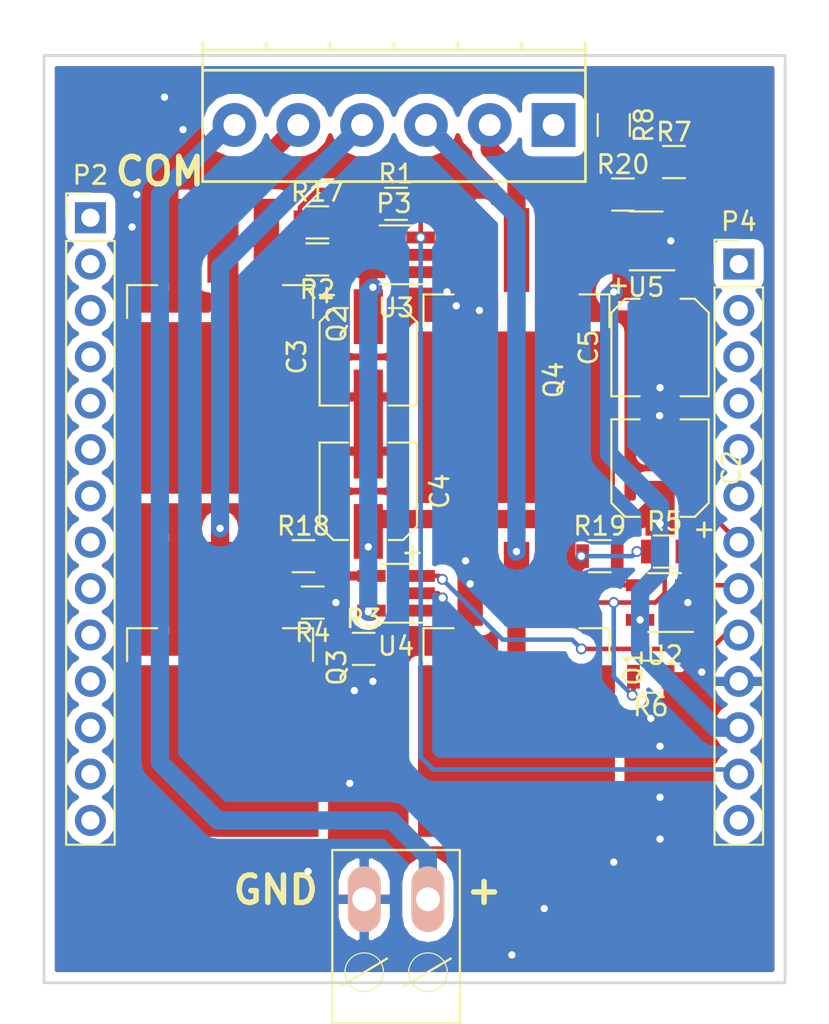
<source format=kicad_pcb>
(kicad_pcb (version 4) (host pcbnew 4.0.5)

  (general
    (links 58)
    (no_connects 0)
    (area 53.264999 83.744999 94.055001 134.695001)
    (thickness 1.6)
    (drawings 7)
    (tracks 246)
    (zones 0)
    (modules 28)
    (nets 20)
  )

  (page A4)
  (layers
    (0 F.Cu signal)
    (31 B.Cu signal)
    (32 B.Adhes user)
    (33 F.Adhes user)
    (34 B.Paste user)
    (35 F.Paste user)
    (36 B.SilkS user)
    (37 F.SilkS user)
    (38 B.Mask user)
    (39 F.Mask user)
    (40 Dwgs.User user)
    (41 Cmts.User user)
    (42 Eco1.User user)
    (43 Eco2.User user)
    (44 Edge.Cuts user)
    (45 Margin user)
    (46 B.CrtYd user)
    (47 F.CrtYd user)
    (48 B.Fab user)
    (49 F.Fab user)
  )

  (setup
    (last_trace_width 0.15)
    (user_trace_width 0.15)
    (user_trace_width 0.5)
    (user_trace_width 1)
    (user_trace_width 1.5)
    (trace_clearance 0.2)
    (zone_clearance 0.508)
    (zone_45_only yes)
    (trace_min 0.15)
    (segment_width 0.2)
    (edge_width 0.15)
    (via_size 0.6)
    (via_drill 0.4)
    (via_min_size 0.4)
    (via_min_drill 0.3)
    (user_via 0.5 0.3)
    (uvia_size 0.3)
    (uvia_drill 0.2)
    (uvias_allowed no)
    (uvia_min_size 0.2)
    (uvia_min_drill 0.1)
    (pcb_text_width 0.3)
    (pcb_text_size 1.5 1.5)
    (mod_edge_width 0.15)
    (mod_text_size 1 1)
    (mod_text_width 0.15)
    (pad_size 1.524 1.524)
    (pad_drill 0.762)
    (pad_to_mask_clearance 0.2)
    (aux_axis_origin 0 0)
    (visible_elements 7FFEFFFF)
    (pcbplotparams
      (layerselection 0x010fc_80000001)
      (usegerberextensions false)
      (excludeedgelayer true)
      (linewidth 0.100000)
      (plotframeref false)
      (viasonmask false)
      (mode 1)
      (useauxorigin false)
      (hpglpennumber 1)
      (hpglpenspeed 20)
      (hpglpendiameter 15)
      (hpglpenoverlay 2)
      (psnegative false)
      (psa4output false)
      (plotreference true)
      (plotvalue true)
      (plotinvisibletext false)
      (padsonsilk false)
      (subtractmaskfromsilk false)
      (outputformat 1)
      (mirror false)
      (drillshape 0)
      (scaleselection 1)
      (outputdirectory gerber/))
  )

  (net 0 "")
  (net 1 GND)
  (net 2 +3V3)
  (net 3 "Net-(CONN1-PadP$2)")
  (net 4 /Conn_W)
  (net 5 /Conn_B)
  (net 6 /Conn_G)
  (net 7 /Conn_R)
  (net 8 "Net-(Q1-Pad1)")
  (net 9 "Net-(Q2-Pad1)")
  (net 10 "Net-(Q3-Pad1)")
  (net 11 "Net-(Q4-Pad1)")
  (net 12 /PWM3)
  (net 13 /PWM2)
  (net 14 /PWM1)
  (net 15 /PWM0)
  (net 16 "Net-(R17-Pad2)")
  (net 17 "Net-(R18-Pad2)")
  (net 18 "Net-(R19-Pad2)")
  (net 19 "Net-(R20-Pad2)")

  (net_class Default "Dies ist die voreingestellte Netzklasse."
    (clearance 0.2)
    (trace_width 0.25)
    (via_dia 0.6)
    (via_drill 0.4)
    (uvia_dia 0.3)
    (uvia_drill 0.2)
    (add_net +3V3)
    (add_net /Conn_B)
    (add_net /Conn_G)
    (add_net /Conn_R)
    (add_net /Conn_W)
    (add_net /PWM0)
    (add_net /PWM1)
    (add_net /PWM2)
    (add_net /PWM3)
    (add_net GND)
    (add_net "Net-(CONN1-PadP$2)")
    (add_net "Net-(Q1-Pad1)")
    (add_net "Net-(Q2-Pad1)")
    (add_net "Net-(Q3-Pad1)")
    (add_net "Net-(Q4-Pad1)")
    (add_net "Net-(R17-Pad2)")
    (add_net "Net-(R18-Pad2)")
    (add_net "Net-(R19-Pad2)")
    (add_net "Net-(R20-Pad2)")
  )

  (net_class breit ""
    (clearance 0.2)
    (trace_width 0.5)
    (via_dia 0.6)
    (via_drill 0.4)
    (uvia_dia 0.3)
    (uvia_drill 0.2)
  )

  (module Capacitors_SMD:CP_Elec_5x5.8 (layer F.Cu) (tedit 58AA8B00) (tstamp 59266750)
    (at 87.122 99.822 270)
    (descr "SMT capacitor, aluminium electrolytic, 5x5.8")
    (path /58EB682F)
    (attr smd)
    (fp_text reference C5 (at 0 3.92 270) (layer F.SilkS)
      (effects (font (size 1 1) (thickness 0.15)))
    )
    (fp_text value 10uF (at 0 -3.92 270) (layer F.Fab)
      (effects (font (size 1 1) (thickness 0.15)))
    )
    (fp_circle (center 0 0) (end 0.1 2.4) (layer F.Fab) (width 0.1))
    (fp_text user + (at -1.38 -0.06 270) (layer F.Fab)
      (effects (font (size 1 1) (thickness 0.15)))
    )
    (fp_text user + (at -3.38 2.35 270) (layer F.SilkS)
      (effects (font (size 1 1) (thickness 0.15)))
    )
    (fp_text user %R (at 0 3.92 270) (layer F.Fab)
      (effects (font (size 1 1) (thickness 0.15)))
    )
    (fp_line (start 2.51 2.51) (end 2.51 -2.51) (layer F.Fab) (width 0.1))
    (fp_line (start -1.84 2.51) (end 2.51 2.51) (layer F.Fab) (width 0.1))
    (fp_line (start -2.51 1.84) (end -1.84 2.51) (layer F.Fab) (width 0.1))
    (fp_line (start -2.51 -1.84) (end -2.51 1.84) (layer F.Fab) (width 0.1))
    (fp_line (start -1.84 -2.51) (end -2.51 -1.84) (layer F.Fab) (width 0.1))
    (fp_line (start 2.51 -2.51) (end -1.84 -2.51) (layer F.Fab) (width 0.1))
    (fp_line (start 2.67 2.67) (end 2.67 1.12) (layer F.SilkS) (width 0.12))
    (fp_line (start 2.67 -2.67) (end 2.67 -1.12) (layer F.SilkS) (width 0.12))
    (fp_line (start -2.67 1.91) (end -2.67 1.12) (layer F.SilkS) (width 0.12))
    (fp_line (start -2.67 -1.91) (end -2.67 -1.12) (layer F.SilkS) (width 0.12))
    (fp_line (start 2.67 -2.67) (end -1.91 -2.67) (layer F.SilkS) (width 0.12))
    (fp_line (start -1.91 -2.67) (end -2.67 -1.91) (layer F.SilkS) (width 0.12))
    (fp_line (start -2.67 1.91) (end -1.91 2.67) (layer F.SilkS) (width 0.12))
    (fp_line (start -1.91 2.67) (end 2.67 2.67) (layer F.SilkS) (width 0.12))
    (fp_line (start -3.95 -2.77) (end 3.95 -2.77) (layer F.CrtYd) (width 0.05))
    (fp_line (start -3.95 -2.77) (end -3.95 2.76) (layer F.CrtYd) (width 0.05))
    (fp_line (start 3.95 2.76) (end 3.95 -2.77) (layer F.CrtYd) (width 0.05))
    (fp_line (start 3.95 2.76) (end -3.95 2.76) (layer F.CrtYd) (width 0.05))
    (pad 1 smd rect (at -2.2 0 90) (size 3 1.6) (layers F.Cu F.Paste F.Mask)
      (net 2 +3V3))
    (pad 2 smd rect (at 2.2 0 90) (size 3 1.6) (layers F.Cu F.Paste F.Mask)
      (net 1 GND))
    (model Capacitors_SMD.3dshapes/CP_Elec_5x5.8.wrl
      (at (xyz 0 0 0))
      (scale (xyz 1 1 1))
      (rotate (xyz 0 0 180))
    )
  )

  (module TO_SOT_Packages_SMD:TO-263-3Lead (layer F.Cu) (tedit 59025316) (tstamp 58F0B87E)
    (at 79.248 99.06 270)
    (descr "D2PAK / TO-263 3-lead smd package")
    (tags "D2PAK D2PAK-3 TO-263AB TO-263")
    (path /58EB6823)
    (attr smd)
    (fp_text reference Q4 (at 2.54 -2.032 450) (layer F.SilkS)
      (effects (font (size 1 1) (thickness 0.15)))
    )
    (fp_text value STB16NF06LT4 (at 0 6.45 450) (layer F.Fab)
      (effects (font (size 1 1) (thickness 0.15)))
    )
    (fp_text user %R (at 3.05 0 270) (layer F.Fab)
      (effects (font (size 1 1) (thickness 0.15)))
    )
    (fp_line (start -2.15 3.45) (end -2.15 5.1) (layer F.SilkS) (width 0.12))
    (fp_line (start -2.15 5.1) (end -0.35 5.1) (layer F.SilkS) (width 0.12))
    (fp_line (start -0.35 -5.1) (end -2.15 -5.1) (layer F.SilkS) (width 0.12))
    (fp_line (start -2.15 -5.1) (end -2.15 -3.45) (layer F.SilkS) (width 0.12))
    (fp_line (start 6.95 5) (end 8.15 5) (layer F.Fab) (width 0.1))
    (fp_line (start 8.15 5) (end 8.15 -5) (layer F.Fab) (width 0.1))
    (fp_line (start 8.15 -5) (end 6.95 -5) (layer F.Fab) (width 0.1))
    (fp_line (start -2.05 -5) (end -2.05 5) (layer F.Fab) (width 0.1))
    (fp_line (start -2.05 5) (end 6.95 5) (layer F.Fab) (width 0.1))
    (fp_line (start 6.95 5) (end 6.95 -5) (layer F.Fab) (width 0.1))
    (fp_line (start 6.95 -5) (end -2.05 -5) (layer F.Fab) (width 0.1))
    (fp_line (start 9.55 5.65) (end -7.15 5.65) (layer F.CrtYd) (width 0.05))
    (fp_line (start 9.55 -5.65) (end 9.55 5.65) (layer F.CrtYd) (width 0.05))
    (fp_line (start 9.55 -5.65) (end -7.15 -5.65) (layer F.CrtYd) (width 0.05))
    (fp_line (start -7.15 -5.65) (end -7.15 5.65) (layer F.CrtYd) (width 0.05))
    (pad 2 smd rect (at -4.58 0 270) (size 4.6 1.39) (layers F.Cu F.Paste F.Mask)
      (net 4 /Conn_W))
    (pad 2 smd rect (at 4.58 0 270) (size 9.4 10.8) (layers F.Cu F.Paste F.Mask)
      (net 4 /Conn_W))
    (pad 3 smd rect (at -4.58 2.54 270) (size 4.6 1.39) (layers F.Cu F.Paste F.Mask)
      (net 1 GND))
    (pad 1 smd rect (at -4.58 -2.54 270) (size 4.6 1.39) (layers F.Cu F.Paste F.Mask)
      (net 11 "Net-(Q4-Pad1)"))
    (model ${KISYS3DMOD}/TO_SOT_Packages_SMD.3dshapes/TO-263-3Lead.wrl
      (at (xyz -0.18 0 0))
      (scale (xyz 1 1 1))
      (rotate (xyz 0 0 90))
    )
  )

  (module TO_SOT_Packages_SMD:TO-263-3Lead (layer F.Cu) (tedit 58CE4E80) (tstamp 58F0B86E)
    (at 62.992 98.552 270)
    (descr "D2PAK / TO-263 3-lead smd package")
    (tags "D2PAK D2PAK-3 TO-263AB TO-263")
    (path /58EA55D9)
    (attr smd)
    (fp_text reference Q2 (at 0 -6.4 450) (layer F.SilkS)
      (effects (font (size 1 1) (thickness 0.15)))
    )
    (fp_text value STB16NF06LT4 (at 0 6.45 450) (layer F.Fab)
      (effects (font (size 1 1) (thickness 0.15)))
    )
    (fp_text user %R (at 3.05 0 270) (layer F.Fab)
      (effects (font (size 1 1) (thickness 0.15)))
    )
    (fp_line (start -2.15 3.45) (end -2.15 5.1) (layer F.SilkS) (width 0.12))
    (fp_line (start -2.15 5.1) (end -0.35 5.1) (layer F.SilkS) (width 0.12))
    (fp_line (start -0.35 -5.1) (end -2.15 -5.1) (layer F.SilkS) (width 0.12))
    (fp_line (start -2.15 -5.1) (end -2.15 -3.45) (layer F.SilkS) (width 0.12))
    (fp_line (start 6.95 5) (end 8.15 5) (layer F.Fab) (width 0.1))
    (fp_line (start 8.15 5) (end 8.15 -5) (layer F.Fab) (width 0.1))
    (fp_line (start 8.15 -5) (end 6.95 -5) (layer F.Fab) (width 0.1))
    (fp_line (start -2.05 -5) (end -2.05 5) (layer F.Fab) (width 0.1))
    (fp_line (start -2.05 5) (end 6.95 5) (layer F.Fab) (width 0.1))
    (fp_line (start 6.95 5) (end 6.95 -5) (layer F.Fab) (width 0.1))
    (fp_line (start 6.95 -5) (end -2.05 -5) (layer F.Fab) (width 0.1))
    (fp_line (start 9.55 5.65) (end -7.15 5.65) (layer F.CrtYd) (width 0.05))
    (fp_line (start 9.55 -5.65) (end 9.55 5.65) (layer F.CrtYd) (width 0.05))
    (fp_line (start 9.55 -5.65) (end -7.15 -5.65) (layer F.CrtYd) (width 0.05))
    (fp_line (start -7.15 -5.65) (end -7.15 5.65) (layer F.CrtYd) (width 0.05))
    (pad 2 smd rect (at -4.58 0 270) (size 4.6 1.39) (layers F.Cu F.Paste F.Mask)
      (net 7 /Conn_R))
    (pad 2 smd rect (at 4.58 0 270) (size 9.4 10.8) (layers F.Cu F.Paste F.Mask)
      (net 7 /Conn_R))
    (pad 3 smd rect (at -4.58 2.54 270) (size 4.6 1.39) (layers F.Cu F.Paste F.Mask)
      (net 1 GND))
    (pad 1 smd rect (at -4.58 -2.54 270) (size 4.6 1.39) (layers F.Cu F.Paste F.Mask)
      (net 9 "Net-(Q2-Pad1)"))
    (model ${KISYS3DMOD}/TO_SOT_Packages_SMD.3dshapes/TO-263-3Lead.wrl
      (at (xyz -0.18 0 0))
      (scale (xyz 1 1 1))
      (rotate (xyz 0 0 90))
    )
  )

  (module riacon2_dixed:con-riacon-RIACON-2 (layer F.Cu) (tedit 590252A6) (tstamp 58F0B84A)
    (at 72.644 130.048 90)
    (path /58E548DE)
    (attr virtual)
    (fp_text reference CONN1 (at 0.5715 6.731 180) (layer F.SilkS) hide
      (effects (font (size 1 1) (thickness 0.15)))
    )
    (fp_text value RIACON-2 (at 0 0 90) (layer F.SilkS) hide
      (effects (font (thickness 0.15)))
    )
    (fp_line (start -6.79958 3.49758) (end -6.79958 -3.49758) (layer F.SilkS) (width 0.127))
    (fp_line (start -6.79958 -3.49758) (end 2.69748 -3.49758) (layer F.SilkS) (width 0.127))
    (fp_line (start 2.69748 -3.49758) (end 2.69748 3.49758) (layer F.SilkS) (width 0.127))
    (fp_line (start 2.69748 3.49758) (end -6.79958 3.49758) (layer F.SilkS) (width 0.127))
    (fp_line (start -4.7498 -2.99974) (end -3.24866 -0.49784) (layer F.SilkS) (width 0.127))
    (fp_line (start -4.7498 0.44958) (end -3.24866 2.99974) (layer F.SilkS) (width 0.127))
    (fp_circle (center -3.99796 -1.74752) (end -4.74726 -2.49682) (layer F.SilkS) (width 0.0635))
    (fp_circle (center -3.99796 1.74752) (end -4.74726 2.49682) (layer F.SilkS) (width 0.0635))
    (pad P$1 thru_hole oval (at 0 -1.74752 180) (size 1.79832 3.59918) (drill 1.3) (layers *.Cu *.Paste *.SilkS *.Mask)
      (net 1 GND))
    (pad P$2 thru_hole oval (at 0 1.74752 180) (size 1.79832 3.59918) (drill 1.3) (layers *.Cu *.Paste *.SilkS *.Mask)
      (net 3 "Net-(CONN1-PadP$2)"))
  )

  (module TO_SOT_Packages_SMD:TO-263-3Lead (layer F.Cu) (tedit 58CE4E80) (tstamp 58F0B866)
    (at 79.248 117.348 270)
    (descr "D2PAK / TO-263 3-lead smd package")
    (tags "D2PAK D2PAK-3 TO-263AB TO-263")
    (path /58EA556E)
    (attr smd)
    (fp_text reference Q1 (at 0 -6.4 450) (layer F.SilkS)
      (effects (font (size 1 1) (thickness 0.15)))
    )
    (fp_text value STB16NF06LT4 (at 0 6.45 450) (layer F.Fab)
      (effects (font (size 1 1) (thickness 0.15)))
    )
    (fp_text user %R (at 3.05 0 270) (layer F.Fab)
      (effects (font (size 1 1) (thickness 0.15)))
    )
    (fp_line (start -2.15 3.45) (end -2.15 5.1) (layer F.SilkS) (width 0.12))
    (fp_line (start -2.15 5.1) (end -0.35 5.1) (layer F.SilkS) (width 0.12))
    (fp_line (start -0.35 -5.1) (end -2.15 -5.1) (layer F.SilkS) (width 0.12))
    (fp_line (start -2.15 -5.1) (end -2.15 -3.45) (layer F.SilkS) (width 0.12))
    (fp_line (start 6.95 5) (end 8.15 5) (layer F.Fab) (width 0.1))
    (fp_line (start 8.15 5) (end 8.15 -5) (layer F.Fab) (width 0.1))
    (fp_line (start 8.15 -5) (end 6.95 -5) (layer F.Fab) (width 0.1))
    (fp_line (start -2.05 -5) (end -2.05 5) (layer F.Fab) (width 0.1))
    (fp_line (start -2.05 5) (end 6.95 5) (layer F.Fab) (width 0.1))
    (fp_line (start 6.95 5) (end 6.95 -5) (layer F.Fab) (width 0.1))
    (fp_line (start 6.95 -5) (end -2.05 -5) (layer F.Fab) (width 0.1))
    (fp_line (start 9.55 5.65) (end -7.15 5.65) (layer F.CrtYd) (width 0.05))
    (fp_line (start 9.55 -5.65) (end 9.55 5.65) (layer F.CrtYd) (width 0.05))
    (fp_line (start 9.55 -5.65) (end -7.15 -5.65) (layer F.CrtYd) (width 0.05))
    (fp_line (start -7.15 -5.65) (end -7.15 5.65) (layer F.CrtYd) (width 0.05))
    (pad 2 smd rect (at -4.58 0 270) (size 4.6 1.39) (layers F.Cu F.Paste F.Mask)
      (net 5 /Conn_B))
    (pad 2 smd rect (at 4.58 0 270) (size 9.4 10.8) (layers F.Cu F.Paste F.Mask)
      (net 5 /Conn_B))
    (pad 3 smd rect (at -4.58 2.54 270) (size 4.6 1.39) (layers F.Cu F.Paste F.Mask)
      (net 1 GND))
    (pad 1 smd rect (at -4.58 -2.54 270) (size 4.6 1.39) (layers F.Cu F.Paste F.Mask)
      (net 8 "Net-(Q1-Pad1)"))
    (model ${KISYS3DMOD}/TO_SOT_Packages_SMD.3dshapes/TO-263-3Lead.wrl
      (at (xyz -0.18 0 0))
      (scale (xyz 1 1 1))
      (rotate (xyz 0 0 90))
    )
  )

  (module TO_SOT_Packages_SMD:TO-263-3Lead (layer F.Cu) (tedit 58CE4E80) (tstamp 58F0B876)
    (at 62.992 117.348 270)
    (descr "D2PAK / TO-263 3-lead smd package")
    (tags "D2PAK D2PAK-3 TO-263AB TO-263")
    (path /58EB501A)
    (attr smd)
    (fp_text reference Q3 (at 0 -6.4 450) (layer F.SilkS)
      (effects (font (size 1 1) (thickness 0.15)))
    )
    (fp_text value STB16NF06LT4 (at 0 6.45 450) (layer F.Fab)
      (effects (font (size 1 1) (thickness 0.15)))
    )
    (fp_text user %R (at 3.05 0 270) (layer F.Fab)
      (effects (font (size 1 1) (thickness 0.15)))
    )
    (fp_line (start -2.15 3.45) (end -2.15 5.1) (layer F.SilkS) (width 0.12))
    (fp_line (start -2.15 5.1) (end -0.35 5.1) (layer F.SilkS) (width 0.12))
    (fp_line (start -0.35 -5.1) (end -2.15 -5.1) (layer F.SilkS) (width 0.12))
    (fp_line (start -2.15 -5.1) (end -2.15 -3.45) (layer F.SilkS) (width 0.12))
    (fp_line (start 6.95 5) (end 8.15 5) (layer F.Fab) (width 0.1))
    (fp_line (start 8.15 5) (end 8.15 -5) (layer F.Fab) (width 0.1))
    (fp_line (start 8.15 -5) (end 6.95 -5) (layer F.Fab) (width 0.1))
    (fp_line (start -2.05 -5) (end -2.05 5) (layer F.Fab) (width 0.1))
    (fp_line (start -2.05 5) (end 6.95 5) (layer F.Fab) (width 0.1))
    (fp_line (start 6.95 5) (end 6.95 -5) (layer F.Fab) (width 0.1))
    (fp_line (start 6.95 -5) (end -2.05 -5) (layer F.Fab) (width 0.1))
    (fp_line (start 9.55 5.65) (end -7.15 5.65) (layer F.CrtYd) (width 0.05))
    (fp_line (start 9.55 -5.65) (end 9.55 5.65) (layer F.CrtYd) (width 0.05))
    (fp_line (start 9.55 -5.65) (end -7.15 -5.65) (layer F.CrtYd) (width 0.05))
    (fp_line (start -7.15 -5.65) (end -7.15 5.65) (layer F.CrtYd) (width 0.05))
    (pad 2 smd rect (at -4.58 0 270) (size 4.6 1.39) (layers F.Cu F.Paste F.Mask)
      (net 6 /Conn_G))
    (pad 2 smd rect (at 4.58 0 270) (size 9.4 10.8) (layers F.Cu F.Paste F.Mask)
      (net 6 /Conn_G))
    (pad 3 smd rect (at -4.58 2.54 270) (size 4.6 1.39) (layers F.Cu F.Paste F.Mask)
      (net 1 GND))
    (pad 1 smd rect (at -4.58 -2.54 270) (size 4.6 1.39) (layers F.Cu F.Paste F.Mask)
      (net 10 "Net-(Q3-Pad1)"))
    (model ${KISYS3DMOD}/TO_SOT_Packages_SMD.3dshapes/TO-263-3Lead.wrl
      (at (xyz -0.18 0 0))
      (scale (xyz 1 1 1))
      (rotate (xyz 0 0 90))
    )
  )

  (module TO_SOT_Packages_SMD:SOT-23-5_HandSoldering (layer F.Cu) (tedit 5900E956) (tstamp 58F0B906)
    (at 87.376 113.792 180)
    (descr "5-pin SOT23 package")
    (tags "SOT-23-5 hand-soldering")
    (path /58EA6B04)
    (attr smd)
    (fp_text reference U2 (at 0 -2.9 180) (layer F.SilkS)
      (effects (font (size 1 1) (thickness 0.15)))
    )
    (fp_text value LTC1981 (at 0 2.9 180) (layer F.Fab)
      (effects (font (size 1 1) (thickness 0.15)))
    )
    (fp_text user %R (at 0 0 360) (layer F.Fab)
      (effects (font (size 0.5 0.5) (thickness 0.075)))
    )
    (fp_line (start -0.9 1.61) (end 0.9 1.61) (layer F.SilkS) (width 0.12))
    (fp_line (start 0.9 -1.61) (end -1.55 -1.61) (layer F.SilkS) (width 0.12))
    (fp_line (start -0.9 -0.9) (end -0.25 -1.55) (layer F.Fab) (width 0.1))
    (fp_line (start 0.9 -1.55) (end -0.25 -1.55) (layer F.Fab) (width 0.1))
    (fp_line (start -0.9 -0.9) (end -0.9 1.55) (layer F.Fab) (width 0.1))
    (fp_line (start 0.9 1.55) (end -0.9 1.55) (layer F.Fab) (width 0.1))
    (fp_line (start 0.9 -1.55) (end 0.9 1.55) (layer F.Fab) (width 0.1))
    (fp_line (start -2.38 -1.8) (end 2.38 -1.8) (layer F.CrtYd) (width 0.05))
    (fp_line (start -2.38 -1.8) (end -2.38 1.8) (layer F.CrtYd) (width 0.05))
    (fp_line (start 2.38 1.8) (end 2.38 -1.8) (layer F.CrtYd) (width 0.05))
    (fp_line (start 2.38 1.8) (end -2.38 1.8) (layer F.CrtYd) (width 0.05))
    (pad 1 smd rect (at -1.35 -0.95 180) (size 1.56 0.65) (layers F.Cu F.Paste F.Mask))
    (pad 2 smd rect (at -1.35 0 180) (size 1.56 0.65) (layers F.Cu F.Paste F.Mask)
      (net 1 GND))
    (pad 3 smd rect (at -1.35 0.95 180) (size 1.56 0.65) (layers F.Cu F.Paste F.Mask)
      (net 13 /PWM2))
    (pad 4 smd rect (at 1.35 0.95 180) (size 1.56 0.65) (layers F.Cu F.Paste F.Mask)
      (net 18 "Net-(R19-Pad2)"))
    (pad 5 smd rect (at 1.35 -0.95 180) (size 1.56 0.65) (layers F.Cu F.Paste F.Mask)
      (net 2 +3V3))
    (model ${KISYS3DMOD}/TO_SOT_Packages_SMD.3dshapes\SOT-23-5.wrl
      (at (xyz 0 0 0))
      (scale (xyz 1 1 1))
      (rotate (xyz 0 0 0))
    )
  )

  (module TO_SOT_Packages_SMD:SOT-23-5_HandSoldering (layer F.Cu) (tedit 58CE4E7E) (tstamp 58F0B90F)
    (at 72.644 94.742 180)
    (descr "5-pin SOT23 package")
    (tags "SOT-23-5 hand-soldering")
    (path /58EA6BE7)
    (attr smd)
    (fp_text reference U3 (at 0 -2.9 180) (layer F.SilkS)
      (effects (font (size 1 1) (thickness 0.15)))
    )
    (fp_text value LTC1981 (at 0 2.9 180) (layer F.Fab)
      (effects (font (size 1 1) (thickness 0.15)))
    )
    (fp_text user %R (at 0 0 180) (layer F.Fab)
      (effects (font (size 0.5 0.5) (thickness 0.075)))
    )
    (fp_line (start -0.9 1.61) (end 0.9 1.61) (layer F.SilkS) (width 0.12))
    (fp_line (start 0.9 -1.61) (end -1.55 -1.61) (layer F.SilkS) (width 0.12))
    (fp_line (start -0.9 -0.9) (end -0.25 -1.55) (layer F.Fab) (width 0.1))
    (fp_line (start 0.9 -1.55) (end -0.25 -1.55) (layer F.Fab) (width 0.1))
    (fp_line (start -0.9 -0.9) (end -0.9 1.55) (layer F.Fab) (width 0.1))
    (fp_line (start 0.9 1.55) (end -0.9 1.55) (layer F.Fab) (width 0.1))
    (fp_line (start 0.9 -1.55) (end 0.9 1.55) (layer F.Fab) (width 0.1))
    (fp_line (start -2.38 -1.8) (end 2.38 -1.8) (layer F.CrtYd) (width 0.05))
    (fp_line (start -2.38 -1.8) (end -2.38 1.8) (layer F.CrtYd) (width 0.05))
    (fp_line (start 2.38 1.8) (end 2.38 -1.8) (layer F.CrtYd) (width 0.05))
    (fp_line (start 2.38 1.8) (end -2.38 1.8) (layer F.CrtYd) (width 0.05))
    (pad 1 smd rect (at -1.35 -0.95 180) (size 1.56 0.65) (layers F.Cu F.Paste F.Mask))
    (pad 2 smd rect (at -1.35 0 180) (size 1.56 0.65) (layers F.Cu F.Paste F.Mask)
      (net 1 GND))
    (pad 3 smd rect (at -1.35 0.95 180) (size 1.56 0.65) (layers F.Cu F.Paste F.Mask)
      (net 15 /PWM0))
    (pad 4 smd rect (at 1.35 0.95 180) (size 1.56 0.65) (layers F.Cu F.Paste F.Mask)
      (net 16 "Net-(R17-Pad2)"))
    (pad 5 smd rect (at 1.35 -0.95 180) (size 1.56 0.65) (layers F.Cu F.Paste F.Mask)
      (net 2 +3V3))
    (model ${KISYS3DMOD}/TO_SOT_Packages_SMD.3dshapes\SOT-23-5.wrl
      (at (xyz 0 0 0))
      (scale (xyz 1 1 1))
      (rotate (xyz 0 0 0))
    )
  )

  (module TO_SOT_Packages_SMD:SOT-23-5_HandSoldering (layer F.Cu) (tedit 58CE4E7E) (tstamp 58F0B918)
    (at 72.644 113.284 180)
    (descr "5-pin SOT23 package")
    (tags "SOT-23-5 hand-soldering")
    (path /58EB5020)
    (attr smd)
    (fp_text reference U4 (at 0 -2.9 180) (layer F.SilkS)
      (effects (font (size 1 1) (thickness 0.15)))
    )
    (fp_text value LTC1981 (at 0 2.9 180) (layer F.Fab)
      (effects (font (size 1 1) (thickness 0.15)))
    )
    (fp_text user %R (at 0 0 180) (layer F.Fab)
      (effects (font (size 0.5 0.5) (thickness 0.075)))
    )
    (fp_line (start -0.9 1.61) (end 0.9 1.61) (layer F.SilkS) (width 0.12))
    (fp_line (start 0.9 -1.61) (end -1.55 -1.61) (layer F.SilkS) (width 0.12))
    (fp_line (start -0.9 -0.9) (end -0.25 -1.55) (layer F.Fab) (width 0.1))
    (fp_line (start 0.9 -1.55) (end -0.25 -1.55) (layer F.Fab) (width 0.1))
    (fp_line (start -0.9 -0.9) (end -0.9 1.55) (layer F.Fab) (width 0.1))
    (fp_line (start 0.9 1.55) (end -0.9 1.55) (layer F.Fab) (width 0.1))
    (fp_line (start 0.9 -1.55) (end 0.9 1.55) (layer F.Fab) (width 0.1))
    (fp_line (start -2.38 -1.8) (end 2.38 -1.8) (layer F.CrtYd) (width 0.05))
    (fp_line (start -2.38 -1.8) (end -2.38 1.8) (layer F.CrtYd) (width 0.05))
    (fp_line (start 2.38 1.8) (end 2.38 -1.8) (layer F.CrtYd) (width 0.05))
    (fp_line (start 2.38 1.8) (end -2.38 1.8) (layer F.CrtYd) (width 0.05))
    (pad 1 smd rect (at -1.35 -0.95 180) (size 1.56 0.65) (layers F.Cu F.Paste F.Mask))
    (pad 2 smd rect (at -1.35 0 180) (size 1.56 0.65) (layers F.Cu F.Paste F.Mask)
      (net 1 GND))
    (pad 3 smd rect (at -1.35 0.95 180) (size 1.56 0.65) (layers F.Cu F.Paste F.Mask)
      (net 14 /PWM1))
    (pad 4 smd rect (at 1.35 0.95 180) (size 1.56 0.65) (layers F.Cu F.Paste F.Mask)
      (net 17 "Net-(R18-Pad2)"))
    (pad 5 smd rect (at 1.35 -0.95 180) (size 1.56 0.65) (layers F.Cu F.Paste F.Mask)
      (net 2 +3V3))
    (model ${KISYS3DMOD}/TO_SOT_Packages_SMD.3dshapes\SOT-23-5.wrl
      (at (xyz 0 0 0))
      (scale (xyz 1 1 1))
      (rotate (xyz 0 0 0))
    )
  )

  (module TO_SOT_Packages_SMD:SOT-23-5_HandSoldering (layer F.Cu) (tedit 59025320) (tstamp 58F0B921)
    (at 86.36 93.98 180)
    (descr "5-pin SOT23 package")
    (tags "SOT-23-5 hand-soldering")
    (path /58EB6829)
    (attr smd)
    (fp_text reference U5 (at 0 -2.54 180) (layer F.SilkS)
      (effects (font (size 1 1) (thickness 0.15)))
    )
    (fp_text value LTC1981 (at 0 2.9 180) (layer F.Fab)
      (effects (font (size 1 1) (thickness 0.15)))
    )
    (fp_text user %R (at 0 0 450) (layer F.Fab)
      (effects (font (size 0.5 0.5) (thickness 0.075)))
    )
    (fp_line (start -0.9 1.61) (end 0.9 1.61) (layer F.SilkS) (width 0.12))
    (fp_line (start 0.9 -1.61) (end -1.55 -1.61) (layer F.SilkS) (width 0.12))
    (fp_line (start -0.9 -0.9) (end -0.25 -1.55) (layer F.Fab) (width 0.1))
    (fp_line (start 0.9 -1.55) (end -0.25 -1.55) (layer F.Fab) (width 0.1))
    (fp_line (start -0.9 -0.9) (end -0.9 1.55) (layer F.Fab) (width 0.1))
    (fp_line (start 0.9 1.55) (end -0.9 1.55) (layer F.Fab) (width 0.1))
    (fp_line (start 0.9 -1.55) (end 0.9 1.55) (layer F.Fab) (width 0.1))
    (fp_line (start -2.38 -1.8) (end 2.38 -1.8) (layer F.CrtYd) (width 0.05))
    (fp_line (start -2.38 -1.8) (end -2.38 1.8) (layer F.CrtYd) (width 0.05))
    (fp_line (start 2.38 1.8) (end 2.38 -1.8) (layer F.CrtYd) (width 0.05))
    (fp_line (start 2.38 1.8) (end -2.38 1.8) (layer F.CrtYd) (width 0.05))
    (pad 1 smd rect (at -1.35 -0.95 180) (size 1.56 0.65) (layers F.Cu F.Paste F.Mask))
    (pad 2 smd rect (at -1.35 0 180) (size 1.56 0.65) (layers F.Cu F.Paste F.Mask)
      (net 1 GND))
    (pad 3 smd rect (at -1.35 0.95 180) (size 1.56 0.65) (layers F.Cu F.Paste F.Mask)
      (net 12 /PWM3))
    (pad 4 smd rect (at 1.35 0.95 180) (size 1.56 0.65) (layers F.Cu F.Paste F.Mask)
      (net 19 "Net-(R20-Pad2)"))
    (pad 5 smd rect (at 1.35 -0.95 180) (size 1.56 0.65) (layers F.Cu F.Paste F.Mask)
      (net 2 +3V3))
    (model ${KISYS3DMOD}/TO_SOT_Packages_SMD.3dshapes\SOT-23-5.wrl
      (at (xyz 0 0 0))
      (scale (xyz 1 1 1))
      (rotate (xyz 0 0 0))
    )
  )

  (module Pin_Headers:Pin_Header_Straight_1x14_Pitch2.54mm (layer F.Cu) (tedit 58CD4EC2) (tstamp 58F4F958)
    (at 55.88 92.71)
    (descr "Through hole straight pin header, 1x14, 2.54mm pitch, single row")
    (tags "Through hole pin header THT 1x14 2.54mm single row")
    (path /58F4EB95)
    (fp_text reference P2 (at 0 -2.33) (layer F.SilkS)
      (effects (font (size 1 1) (thickness 0.15)))
    )
    (fp_text value CONN_01X14 (at 0 35.35) (layer F.Fab)
      (effects (font (size 1 1) (thickness 0.15)))
    )
    (fp_line (start -1.27 -1.27) (end -1.27 34.29) (layer F.Fab) (width 0.1))
    (fp_line (start -1.27 34.29) (end 1.27 34.29) (layer F.Fab) (width 0.1))
    (fp_line (start 1.27 34.29) (end 1.27 -1.27) (layer F.Fab) (width 0.1))
    (fp_line (start 1.27 -1.27) (end -1.27 -1.27) (layer F.Fab) (width 0.1))
    (fp_line (start -1.33 1.27) (end -1.33 34.35) (layer F.SilkS) (width 0.12))
    (fp_line (start -1.33 34.35) (end 1.33 34.35) (layer F.SilkS) (width 0.12))
    (fp_line (start 1.33 34.35) (end 1.33 1.27) (layer F.SilkS) (width 0.12))
    (fp_line (start 1.33 1.27) (end -1.33 1.27) (layer F.SilkS) (width 0.12))
    (fp_line (start -1.33 0) (end -1.33 -1.33) (layer F.SilkS) (width 0.12))
    (fp_line (start -1.33 -1.33) (end 0 -1.33) (layer F.SilkS) (width 0.12))
    (fp_line (start -1.8 -1.8) (end -1.8 34.8) (layer F.CrtYd) (width 0.05))
    (fp_line (start -1.8 34.8) (end 1.8 34.8) (layer F.CrtYd) (width 0.05))
    (fp_line (start 1.8 34.8) (end 1.8 -1.8) (layer F.CrtYd) (width 0.05))
    (fp_line (start 1.8 -1.8) (end -1.8 -1.8) (layer F.CrtYd) (width 0.05))
    (fp_text user %R (at 0 -2.33) (layer F.Fab)
      (effects (font (size 1 1) (thickness 0.15)))
    )
    (pad 1 thru_hole rect (at 0 0) (size 1.7 1.7) (drill 1) (layers *.Cu *.Mask))
    (pad 2 thru_hole oval (at 0 2.54) (size 1.7 1.7) (drill 1) (layers *.Cu *.Mask))
    (pad 3 thru_hole oval (at 0 5.08) (size 1.7 1.7) (drill 1) (layers *.Cu *.Mask))
    (pad 4 thru_hole oval (at 0 7.62) (size 1.7 1.7) (drill 1) (layers *.Cu *.Mask))
    (pad 5 thru_hole oval (at 0 10.16) (size 1.7 1.7) (drill 1) (layers *.Cu *.Mask))
    (pad 6 thru_hole oval (at 0 12.7) (size 1.7 1.7) (drill 1) (layers *.Cu *.Mask))
    (pad 7 thru_hole oval (at 0 15.24) (size 1.7 1.7) (drill 1) (layers *.Cu *.Mask))
    (pad 8 thru_hole oval (at 0 17.78) (size 1.7 1.7) (drill 1) (layers *.Cu *.Mask))
    (pad 9 thru_hole oval (at 0 20.32) (size 1.7 1.7) (drill 1) (layers *.Cu *.Mask))
    (pad 10 thru_hole oval (at 0 22.86) (size 1.7 1.7) (drill 1) (layers *.Cu *.Mask))
    (pad 11 thru_hole oval (at 0 25.4) (size 1.7 1.7) (drill 1) (layers *.Cu *.Mask))
    (pad 12 thru_hole oval (at 0 27.94) (size 1.7 1.7) (drill 1) (layers *.Cu *.Mask))
    (pad 13 thru_hole oval (at 0 30.48) (size 1.7 1.7) (drill 1) (layers *.Cu *.Mask))
    (pad 14 thru_hole oval (at 0 33.02) (size 1.7 1.7) (drill 1) (layers *.Cu *.Mask))
    (model ${KISYS3DMOD}/Pin_Headers.3dshapes/Pin_Header_Straight_1x14_Pitch2.54mm.wrl
      (at (xyz 0 -0.65 0))
      (scale (xyz 1 1 1))
      (rotate (xyz 0 0 90))
    )
  )

  (module Terminal_Blocks:TerminalBlock_Pheonix_PT-3.5mm_6pol (layer F.Cu) (tedit 0) (tstamp 58F4F978)
    (at 81.28 87.63 180)
    (descr "6-way 3.5mm pitch terminal block, Phoenix PT series")
    (path /58F5A0AC)
    (fp_text reference P3 (at 8.75 -4.3 180) (layer F.SilkS)
      (effects (font (size 1 1) (thickness 0.15)))
    )
    (fp_text value CONN_01X06 (at 8.75 6 180) (layer F.Fab)
      (effects (font (size 1 1) (thickness 0.15)))
    )
    (fp_line (start -1.9 -3.3) (end 19.4 -3.3) (layer F.CrtYd) (width 0.05))
    (fp_line (start -1.9 4.7) (end -1.9 -3.3) (layer F.CrtYd) (width 0.05))
    (fp_line (start 19.4 4.7) (end -1.9 4.7) (layer F.CrtYd) (width 0.05))
    (fp_line (start 19.4 -3.3) (end 19.4 4.7) (layer F.CrtYd) (width 0.05))
    (fp_line (start 15.75 4.1) (end 15.75 4.5) (layer F.SilkS) (width 0.15))
    (fp_line (start 12.25 4.1) (end 12.25 4.5) (layer F.SilkS) (width 0.15))
    (fp_line (start 1.75 4.1) (end 1.75 4.5) (layer F.SilkS) (width 0.15))
    (fp_line (start 5.25 4.1) (end 5.25 4.5) (layer F.SilkS) (width 0.15))
    (fp_line (start 8.75 4.1) (end 8.75 4.5) (layer F.SilkS) (width 0.15))
    (fp_line (start -1.75 3) (end 19.25 3) (layer F.SilkS) (width 0.15))
    (fp_line (start -1.75 4.1) (end 19.25 4.1) (layer F.SilkS) (width 0.15))
    (fp_line (start -1.75 -3.1) (end -1.75 4.5) (layer F.SilkS) (width 0.15))
    (fp_line (start 19.25 4.5) (end 19.25 -3.1) (layer F.SilkS) (width 0.15))
    (fp_line (start 19.25 -3.1) (end -1.75 -3.1) (layer F.SilkS) (width 0.15))
    (pad 2 thru_hole circle (at 3.5 0 180) (size 2.4 2.4) (drill 1.2) (layers *.Cu *.Mask)
      (net 4 /Conn_W))
    (pad 1 thru_hole rect (at 0 0 180) (size 2.4 2.4) (drill 1.2) (layers *.Cu *.Mask))
    (pad 3 thru_hole circle (at 7 0 180) (size 2.4 2.4) (drill 1.2) (layers *.Cu *.Mask)
      (net 5 /Conn_B))
    (pad 4 thru_hole circle (at 10.5 0 180) (size 2.4 2.4) (drill 1.2) (layers *.Cu *.Mask)
      (net 6 /Conn_G))
    (pad 5 thru_hole circle (at 14 0 180) (size 2.4 2.4) (drill 1.2) (layers *.Cu *.Mask)
      (net 7 /Conn_R))
    (pad 6 thru_hole circle (at 17.5 0 180) (size 2.4 2.4) (drill 1.2) (layers *.Cu *.Mask)
      (net 3 "Net-(CONN1-PadP$2)"))
    (model Terminal_Blocks.3dshapes/TerminalBlock_Pheonix_PT-3.5mm_6pol.wrl
      (at (xyz 0 0 0))
      (scale (xyz 1 1 1))
      (rotate (xyz 0 0 0))
    )
  )

  (module Pin_Headers:Pin_Header_Straight_1x13_Pitch2.54mm (layer F.Cu) (tedit 58CD4EC2) (tstamp 58F4F98F)
    (at 91.44 95.25)
    (descr "Through hole straight pin header, 1x13, 2.54mm pitch, single row")
    (tags "Through hole pin header THT 1x13 2.54mm single row")
    (path /58F4EDB1)
    (fp_text reference P4 (at 0 -2.33) (layer F.SilkS)
      (effects (font (size 1 1) (thickness 0.15)))
    )
    (fp_text value CONN_01X13 (at 0 32.81) (layer F.Fab)
      (effects (font (size 1 1) (thickness 0.15)))
    )
    (fp_line (start -1.27 -1.27) (end -1.27 31.75) (layer F.Fab) (width 0.1))
    (fp_line (start -1.27 31.75) (end 1.27 31.75) (layer F.Fab) (width 0.1))
    (fp_line (start 1.27 31.75) (end 1.27 -1.27) (layer F.Fab) (width 0.1))
    (fp_line (start 1.27 -1.27) (end -1.27 -1.27) (layer F.Fab) (width 0.1))
    (fp_line (start -1.33 1.27) (end -1.33 31.81) (layer F.SilkS) (width 0.12))
    (fp_line (start -1.33 31.81) (end 1.33 31.81) (layer F.SilkS) (width 0.12))
    (fp_line (start 1.33 31.81) (end 1.33 1.27) (layer F.SilkS) (width 0.12))
    (fp_line (start 1.33 1.27) (end -1.33 1.27) (layer F.SilkS) (width 0.12))
    (fp_line (start -1.33 0) (end -1.33 -1.33) (layer F.SilkS) (width 0.12))
    (fp_line (start -1.33 -1.33) (end 0 -1.33) (layer F.SilkS) (width 0.12))
    (fp_line (start -1.8 -1.8) (end -1.8 32.25) (layer F.CrtYd) (width 0.05))
    (fp_line (start -1.8 32.25) (end 1.8 32.25) (layer F.CrtYd) (width 0.05))
    (fp_line (start 1.8 32.25) (end 1.8 -1.8) (layer F.CrtYd) (width 0.05))
    (fp_line (start 1.8 -1.8) (end -1.8 -1.8) (layer F.CrtYd) (width 0.05))
    (fp_text user %R (at 0 -2.33) (layer F.Fab)
      (effects (font (size 1 1) (thickness 0.15)))
    )
    (pad 1 thru_hole rect (at 0 0) (size 1.7 1.7) (drill 1) (layers *.Cu *.Mask))
    (pad 2 thru_hole oval (at 0 2.54) (size 1.7 1.7) (drill 1) (layers *.Cu *.Mask))
    (pad 3 thru_hole oval (at 0 5.08) (size 1.7 1.7) (drill 1) (layers *.Cu *.Mask))
    (pad 4 thru_hole oval (at 0 7.62) (size 1.7 1.7) (drill 1) (layers *.Cu *.Mask))
    (pad 5 thru_hole oval (at 0 10.16) (size 1.7 1.7) (drill 1) (layers *.Cu *.Mask))
    (pad 6 thru_hole oval (at 0 12.7) (size 1.7 1.7) (drill 1) (layers *.Cu *.Mask))
    (pad 7 thru_hole oval (at 0 15.24) (size 1.7 1.7) (drill 1) (layers *.Cu *.Mask)
      (net 12 /PWM3))
    (pad 8 thru_hole oval (at 0 17.78) (size 1.7 1.7) (drill 1) (layers *.Cu *.Mask)
      (net 13 /PWM2))
    (pad 9 thru_hole oval (at 0 20.32) (size 1.7 1.7) (drill 1) (layers *.Cu *.Mask)
      (net 14 /PWM1))
    (pad 10 thru_hole oval (at 0 22.86) (size 1.7 1.7) (drill 1) (layers *.Cu *.Mask)
      (net 1 GND))
    (pad 11 thru_hole oval (at 0 25.4) (size 1.7 1.7) (drill 1) (layers *.Cu *.Mask)
      (net 2 +3V3))
    (pad 12 thru_hole oval (at 0 27.94) (size 1.7 1.7) (drill 1) (layers *.Cu *.Mask)
      (net 15 /PWM0))
    (pad 13 thru_hole oval (at 0 30.48) (size 1.7 1.7) (drill 1) (layers *.Cu *.Mask))
    (model ${KISYS3DMOD}/Pin_Headers.3dshapes/Pin_Header_Straight_1x13_Pitch2.54mm.wrl
      (at (xyz 0 -0.6 0))
      (scale (xyz 1 1 1))
      (rotate (xyz 0 0 90))
    )
  )

  (module Resistors_SMD:R_0805 (layer F.Cu) (tedit 58E0A804) (tstamp 58F4FACD)
    (at 68.326 92.964)
    (descr "Resistor SMD 0805, reflow soldering, Vishay (see dcrcw.pdf)")
    (tags "resistor 0805")
    (path /58EA7D8D)
    (attr smd)
    (fp_text reference R17 (at 0 -1.65) (layer F.SilkS)
      (effects (font (size 1 1) (thickness 0.15)))
    )
    (fp_text value 1k (at 0 1.75) (layer F.Fab)
      (effects (font (size 1 1) (thickness 0.15)))
    )
    (fp_text user %R (at 0 0) (layer F.Fab)
      (effects (font (size 0.5 0.5) (thickness 0.075)))
    )
    (fp_line (start -1 0.62) (end -1 -0.62) (layer F.Fab) (width 0.1))
    (fp_line (start 1 0.62) (end -1 0.62) (layer F.Fab) (width 0.1))
    (fp_line (start 1 -0.62) (end 1 0.62) (layer F.Fab) (width 0.1))
    (fp_line (start -1 -0.62) (end 1 -0.62) (layer F.Fab) (width 0.1))
    (fp_line (start 0.6 0.88) (end -0.6 0.88) (layer F.SilkS) (width 0.12))
    (fp_line (start -0.6 -0.88) (end 0.6 -0.88) (layer F.SilkS) (width 0.12))
    (fp_line (start -1.55 -0.9) (end 1.55 -0.9) (layer F.CrtYd) (width 0.05))
    (fp_line (start -1.55 -0.9) (end -1.55 0.9) (layer F.CrtYd) (width 0.05))
    (fp_line (start 1.55 0.9) (end 1.55 -0.9) (layer F.CrtYd) (width 0.05))
    (fp_line (start 1.55 0.9) (end -1.55 0.9) (layer F.CrtYd) (width 0.05))
    (pad 1 smd rect (at -0.95 0) (size 0.7 1.3) (layers F.Cu F.Paste F.Mask)
      (net 9 "Net-(Q2-Pad1)"))
    (pad 2 smd rect (at 0.95 0) (size 0.7 1.3) (layers F.Cu F.Paste F.Mask)
      (net 16 "Net-(R17-Pad2)"))
    (model ${KISYS3DMOD}/Resistors_SMD.3dshapes/R_0805.wrl
      (at (xyz 0 0 0))
      (scale (xyz 1 1 1))
      (rotate (xyz 0 0 0))
    )
  )

  (module Resistors_SMD:R_0805 (layer F.Cu) (tedit 58E0A804) (tstamp 58F4FADD)
    (at 67.564 111.252)
    (descr "Resistor SMD 0805, reflow soldering, Vishay (see dcrcw.pdf)")
    (tags "resistor 0805")
    (path /58EB5044)
    (attr smd)
    (fp_text reference R18 (at 0 -1.65) (layer F.SilkS)
      (effects (font (size 1 1) (thickness 0.15)))
    )
    (fp_text value 1k (at 0 1.75) (layer F.Fab)
      (effects (font (size 1 1) (thickness 0.15)))
    )
    (fp_text user %R (at 0 0) (layer F.Fab)
      (effects (font (size 0.5 0.5) (thickness 0.075)))
    )
    (fp_line (start -1 0.62) (end -1 -0.62) (layer F.Fab) (width 0.1))
    (fp_line (start 1 0.62) (end -1 0.62) (layer F.Fab) (width 0.1))
    (fp_line (start 1 -0.62) (end 1 0.62) (layer F.Fab) (width 0.1))
    (fp_line (start -1 -0.62) (end 1 -0.62) (layer F.Fab) (width 0.1))
    (fp_line (start 0.6 0.88) (end -0.6 0.88) (layer F.SilkS) (width 0.12))
    (fp_line (start -0.6 -0.88) (end 0.6 -0.88) (layer F.SilkS) (width 0.12))
    (fp_line (start -1.55 -0.9) (end 1.55 -0.9) (layer F.CrtYd) (width 0.05))
    (fp_line (start -1.55 -0.9) (end -1.55 0.9) (layer F.CrtYd) (width 0.05))
    (fp_line (start 1.55 0.9) (end 1.55 -0.9) (layer F.CrtYd) (width 0.05))
    (fp_line (start 1.55 0.9) (end -1.55 0.9) (layer F.CrtYd) (width 0.05))
    (pad 1 smd rect (at -0.95 0) (size 0.7 1.3) (layers F.Cu F.Paste F.Mask)
      (net 10 "Net-(Q3-Pad1)"))
    (pad 2 smd rect (at 0.95 0) (size 0.7 1.3) (layers F.Cu F.Paste F.Mask)
      (net 17 "Net-(R18-Pad2)"))
    (model ${KISYS3DMOD}/Resistors_SMD.3dshapes/R_0805.wrl
      (at (xyz 0 0 0))
      (scale (xyz 1 1 1))
      (rotate (xyz 0 0 0))
    )
  )

  (module Resistors_SMD:R_0805 (layer F.Cu) (tedit 58E0A804) (tstamp 58F4FAED)
    (at 83.82 111.252)
    (descr "Resistor SMD 0805, reflow soldering, Vishay (see dcrcw.pdf)")
    (tags "resistor 0805")
    (path /58EA7CE9)
    (attr smd)
    (fp_text reference R19 (at 0 -1.65) (layer F.SilkS)
      (effects (font (size 1 1) (thickness 0.15)))
    )
    (fp_text value 1k (at 0 1.75) (layer F.Fab)
      (effects (font (size 1 1) (thickness 0.15)))
    )
    (fp_text user %R (at 0 0) (layer F.Fab)
      (effects (font (size 0.5 0.5) (thickness 0.075)))
    )
    (fp_line (start -1 0.62) (end -1 -0.62) (layer F.Fab) (width 0.1))
    (fp_line (start 1 0.62) (end -1 0.62) (layer F.Fab) (width 0.1))
    (fp_line (start 1 -0.62) (end 1 0.62) (layer F.Fab) (width 0.1))
    (fp_line (start -1 -0.62) (end 1 -0.62) (layer F.Fab) (width 0.1))
    (fp_line (start 0.6 0.88) (end -0.6 0.88) (layer F.SilkS) (width 0.12))
    (fp_line (start -0.6 -0.88) (end 0.6 -0.88) (layer F.SilkS) (width 0.12))
    (fp_line (start -1.55 -0.9) (end 1.55 -0.9) (layer F.CrtYd) (width 0.05))
    (fp_line (start -1.55 -0.9) (end -1.55 0.9) (layer F.CrtYd) (width 0.05))
    (fp_line (start 1.55 0.9) (end 1.55 -0.9) (layer F.CrtYd) (width 0.05))
    (fp_line (start 1.55 0.9) (end -1.55 0.9) (layer F.CrtYd) (width 0.05))
    (pad 1 smd rect (at -0.95 0) (size 0.7 1.3) (layers F.Cu F.Paste F.Mask)
      (net 8 "Net-(Q1-Pad1)"))
    (pad 2 smd rect (at 0.95 0) (size 0.7 1.3) (layers F.Cu F.Paste F.Mask)
      (net 18 "Net-(R19-Pad2)"))
    (model ${KISYS3DMOD}/Resistors_SMD.3dshapes/R_0805.wrl
      (at (xyz 0 0 0))
      (scale (xyz 1 1 1))
      (rotate (xyz 0 0 0))
    )
  )

  (module Resistors_SMD:R_0805 (layer F.Cu) (tedit 58E0A804) (tstamp 58F4FAFD)
    (at 85.09 91.44)
    (descr "Resistor SMD 0805, reflow soldering, Vishay (see dcrcw.pdf)")
    (tags "resistor 0805")
    (path /58EB684D)
    (attr smd)
    (fp_text reference R20 (at 0 -1.65) (layer F.SilkS)
      (effects (font (size 1 1) (thickness 0.15)))
    )
    (fp_text value 1k (at 0 1.75) (layer F.Fab)
      (effects (font (size 1 1) (thickness 0.15)))
    )
    (fp_text user %R (at 0 0) (layer F.Fab)
      (effects (font (size 0.5 0.5) (thickness 0.075)))
    )
    (fp_line (start -1 0.62) (end -1 -0.62) (layer F.Fab) (width 0.1))
    (fp_line (start 1 0.62) (end -1 0.62) (layer F.Fab) (width 0.1))
    (fp_line (start 1 -0.62) (end 1 0.62) (layer F.Fab) (width 0.1))
    (fp_line (start -1 -0.62) (end 1 -0.62) (layer F.Fab) (width 0.1))
    (fp_line (start 0.6 0.88) (end -0.6 0.88) (layer F.SilkS) (width 0.12))
    (fp_line (start -0.6 -0.88) (end 0.6 -0.88) (layer F.SilkS) (width 0.12))
    (fp_line (start -1.55 -0.9) (end 1.55 -0.9) (layer F.CrtYd) (width 0.05))
    (fp_line (start -1.55 -0.9) (end -1.55 0.9) (layer F.CrtYd) (width 0.05))
    (fp_line (start 1.55 0.9) (end 1.55 -0.9) (layer F.CrtYd) (width 0.05))
    (fp_line (start 1.55 0.9) (end -1.55 0.9) (layer F.CrtYd) (width 0.05))
    (pad 1 smd rect (at -0.95 0) (size 0.7 1.3) (layers F.Cu F.Paste F.Mask)
      (net 11 "Net-(Q4-Pad1)"))
    (pad 2 smd rect (at 0.95 0) (size 0.7 1.3) (layers F.Cu F.Paste F.Mask)
      (net 19 "Net-(R20-Pad2)"))
    (model ${KISYS3DMOD}/Resistors_SMD.3dshapes/R_0805.wrl
      (at (xyz 0 0 0))
      (scale (xyz 1 1 1))
      (rotate (xyz 0 0 0))
    )
  )

  (module Resistors_SMD:R_0805 (layer F.Cu) (tedit 58E0A804) (tstamp 59247997)
    (at 72.644 91.948)
    (descr "Resistor SMD 0805, reflow soldering, Vishay (see dcrcw.pdf)")
    (tags "resistor 0805")
    (path /59248B39)
    (attr smd)
    (fp_text reference R1 (at 0 -1.65) (layer F.SilkS)
      (effects (font (size 1 1) (thickness 0.15)))
    )
    (fp_text value 0R (at 0 1.75) (layer F.Fab)
      (effects (font (size 1 1) (thickness 0.15)))
    )
    (fp_text user %R (at 0 0) (layer F.Fab)
      (effects (font (size 0.5 0.5) (thickness 0.075)))
    )
    (fp_line (start -1 0.62) (end -1 -0.62) (layer F.Fab) (width 0.1))
    (fp_line (start 1 0.62) (end -1 0.62) (layer F.Fab) (width 0.1))
    (fp_line (start 1 -0.62) (end 1 0.62) (layer F.Fab) (width 0.1))
    (fp_line (start -1 -0.62) (end 1 -0.62) (layer F.Fab) (width 0.1))
    (fp_line (start 0.6 0.88) (end -0.6 0.88) (layer F.SilkS) (width 0.12))
    (fp_line (start -0.6 -0.88) (end 0.6 -0.88) (layer F.SilkS) (width 0.12))
    (fp_line (start -1.55 -0.9) (end 1.55 -0.9) (layer F.CrtYd) (width 0.05))
    (fp_line (start -1.55 -0.9) (end -1.55 0.9) (layer F.CrtYd) (width 0.05))
    (fp_line (start 1.55 0.9) (end 1.55 -0.9) (layer F.CrtYd) (width 0.05))
    (fp_line (start 1.55 0.9) (end -1.55 0.9) (layer F.CrtYd) (width 0.05))
    (pad 1 smd rect (at -0.95 0) (size 0.7 1.3) (layers F.Cu F.Paste F.Mask)
      (net 9 "Net-(Q2-Pad1)"))
    (pad 2 smd rect (at 0.95 0) (size 0.7 1.3) (layers F.Cu F.Paste F.Mask)
      (net 15 /PWM0))
    (model ${KISYS3DMOD}/Resistors_SMD.3dshapes/R_0805.wrl
      (at (xyz 0 0 0))
      (scale (xyz 1 1 1))
      (rotate (xyz 0 0 0))
    )
  )

  (module Resistors_SMD:R_0805 (layer F.Cu) (tedit 58E0A804) (tstamp 5924799D)
    (at 68.326 94.996 180)
    (descr "Resistor SMD 0805, reflow soldering, Vishay (see dcrcw.pdf)")
    (tags "resistor 0805")
    (path /5924808D)
    (attr smd)
    (fp_text reference R2 (at 0 -1.65 180) (layer F.SilkS)
      (effects (font (size 1 1) (thickness 0.15)))
    )
    (fp_text value 10k (at 0 1.75 180) (layer F.Fab)
      (effects (font (size 1 1) (thickness 0.15)))
    )
    (fp_text user %R (at 0 0 180) (layer F.Fab)
      (effects (font (size 0.5 0.5) (thickness 0.075)))
    )
    (fp_line (start -1 0.62) (end -1 -0.62) (layer F.Fab) (width 0.1))
    (fp_line (start 1 0.62) (end -1 0.62) (layer F.Fab) (width 0.1))
    (fp_line (start 1 -0.62) (end 1 0.62) (layer F.Fab) (width 0.1))
    (fp_line (start -1 -0.62) (end 1 -0.62) (layer F.Fab) (width 0.1))
    (fp_line (start 0.6 0.88) (end -0.6 0.88) (layer F.SilkS) (width 0.12))
    (fp_line (start -0.6 -0.88) (end 0.6 -0.88) (layer F.SilkS) (width 0.12))
    (fp_line (start -1.55 -0.9) (end 1.55 -0.9) (layer F.CrtYd) (width 0.05))
    (fp_line (start -1.55 -0.9) (end -1.55 0.9) (layer F.CrtYd) (width 0.05))
    (fp_line (start 1.55 0.9) (end 1.55 -0.9) (layer F.CrtYd) (width 0.05))
    (fp_line (start 1.55 0.9) (end -1.55 0.9) (layer F.CrtYd) (width 0.05))
    (pad 1 smd rect (at -0.95 0 180) (size 0.7 1.3) (layers F.Cu F.Paste F.Mask)
      (net 1 GND))
    (pad 2 smd rect (at 0.95 0 180) (size 0.7 1.3) (layers F.Cu F.Paste F.Mask)
      (net 9 "Net-(Q2-Pad1)"))
    (model ${KISYS3DMOD}/Resistors_SMD.3dshapes/R_0805.wrl
      (at (xyz 0 0 0))
      (scale (xyz 1 1 1))
      (rotate (xyz 0 0 0))
    )
  )

  (module Resistors_SMD:R_0805 (layer F.Cu) (tedit 58E0A804) (tstamp 592479A3)
    (at 70.866 116.332)
    (descr "Resistor SMD 0805, reflow soldering, Vishay (see dcrcw.pdf)")
    (tags "resistor 0805")
    (path /59248BC2)
    (attr smd)
    (fp_text reference R3 (at 0 -1.65) (layer F.SilkS)
      (effects (font (size 1 1) (thickness 0.15)))
    )
    (fp_text value 0R (at 0 1.75) (layer F.Fab)
      (effects (font (size 1 1) (thickness 0.15)))
    )
    (fp_text user %R (at 0 0) (layer F.Fab)
      (effects (font (size 0.5 0.5) (thickness 0.075)))
    )
    (fp_line (start -1 0.62) (end -1 -0.62) (layer F.Fab) (width 0.1))
    (fp_line (start 1 0.62) (end -1 0.62) (layer F.Fab) (width 0.1))
    (fp_line (start 1 -0.62) (end 1 0.62) (layer F.Fab) (width 0.1))
    (fp_line (start -1 -0.62) (end 1 -0.62) (layer F.Fab) (width 0.1))
    (fp_line (start 0.6 0.88) (end -0.6 0.88) (layer F.SilkS) (width 0.12))
    (fp_line (start -0.6 -0.88) (end 0.6 -0.88) (layer F.SilkS) (width 0.12))
    (fp_line (start -1.55 -0.9) (end 1.55 -0.9) (layer F.CrtYd) (width 0.05))
    (fp_line (start -1.55 -0.9) (end -1.55 0.9) (layer F.CrtYd) (width 0.05))
    (fp_line (start 1.55 0.9) (end 1.55 -0.9) (layer F.CrtYd) (width 0.05))
    (fp_line (start 1.55 0.9) (end -1.55 0.9) (layer F.CrtYd) (width 0.05))
    (pad 1 smd rect (at -0.95 0) (size 0.7 1.3) (layers F.Cu F.Paste F.Mask)
      (net 10 "Net-(Q3-Pad1)"))
    (pad 2 smd rect (at 0.95 0) (size 0.7 1.3) (layers F.Cu F.Paste F.Mask)
      (net 14 /PWM1))
    (model ${KISYS3DMOD}/Resistors_SMD.3dshapes/R_0805.wrl
      (at (xyz 0 0 0))
      (scale (xyz 1 1 1))
      (rotate (xyz 0 0 0))
    )
  )

  (module Resistors_SMD:R_0805 (layer F.Cu) (tedit 58E0A804) (tstamp 592479A9)
    (at 68.072 113.792 180)
    (descr "Resistor SMD 0805, reflow soldering, Vishay (see dcrcw.pdf)")
    (tags "resistor 0805")
    (path /59248126)
    (attr smd)
    (fp_text reference R4 (at 0 -1.65 180) (layer F.SilkS)
      (effects (font (size 1 1) (thickness 0.15)))
    )
    (fp_text value 10k (at 0 1.75 180) (layer F.Fab)
      (effects (font (size 1 1) (thickness 0.15)))
    )
    (fp_text user %R (at 0 0 180) (layer F.Fab)
      (effects (font (size 0.5 0.5) (thickness 0.075)))
    )
    (fp_line (start -1 0.62) (end -1 -0.62) (layer F.Fab) (width 0.1))
    (fp_line (start 1 0.62) (end -1 0.62) (layer F.Fab) (width 0.1))
    (fp_line (start 1 -0.62) (end 1 0.62) (layer F.Fab) (width 0.1))
    (fp_line (start -1 -0.62) (end 1 -0.62) (layer F.Fab) (width 0.1))
    (fp_line (start 0.6 0.88) (end -0.6 0.88) (layer F.SilkS) (width 0.12))
    (fp_line (start -0.6 -0.88) (end 0.6 -0.88) (layer F.SilkS) (width 0.12))
    (fp_line (start -1.55 -0.9) (end 1.55 -0.9) (layer F.CrtYd) (width 0.05))
    (fp_line (start -1.55 -0.9) (end -1.55 0.9) (layer F.CrtYd) (width 0.05))
    (fp_line (start 1.55 0.9) (end 1.55 -0.9) (layer F.CrtYd) (width 0.05))
    (fp_line (start 1.55 0.9) (end -1.55 0.9) (layer F.CrtYd) (width 0.05))
    (pad 1 smd rect (at -0.95 0 180) (size 0.7 1.3) (layers F.Cu F.Paste F.Mask)
      (net 1 GND))
    (pad 2 smd rect (at 0.95 0 180) (size 0.7 1.3) (layers F.Cu F.Paste F.Mask)
      (net 10 "Net-(Q3-Pad1)"))
    (model ${KISYS3DMOD}/Resistors_SMD.3dshapes/R_0805.wrl
      (at (xyz 0 0 0))
      (scale (xyz 1 1 1))
      (rotate (xyz 0 0 0))
    )
  )

  (module Resistors_SMD:R_0805 (layer F.Cu) (tedit 58E0A804) (tstamp 592479AF)
    (at 87.376 110.998)
    (descr "Resistor SMD 0805, reflow soldering, Vishay (see dcrcw.pdf)")
    (tags "resistor 0805")
    (path /59248D10)
    (attr smd)
    (fp_text reference R5 (at 0 -1.65) (layer F.SilkS)
      (effects (font (size 1 1) (thickness 0.15)))
    )
    (fp_text value 0R (at 0 1.75) (layer F.Fab)
      (effects (font (size 1 1) (thickness 0.15)))
    )
    (fp_text user %R (at 0 0) (layer F.Fab)
      (effects (font (size 0.5 0.5) (thickness 0.075)))
    )
    (fp_line (start -1 0.62) (end -1 -0.62) (layer F.Fab) (width 0.1))
    (fp_line (start 1 0.62) (end -1 0.62) (layer F.Fab) (width 0.1))
    (fp_line (start 1 -0.62) (end 1 0.62) (layer F.Fab) (width 0.1))
    (fp_line (start -1 -0.62) (end 1 -0.62) (layer F.Fab) (width 0.1))
    (fp_line (start 0.6 0.88) (end -0.6 0.88) (layer F.SilkS) (width 0.12))
    (fp_line (start -0.6 -0.88) (end 0.6 -0.88) (layer F.SilkS) (width 0.12))
    (fp_line (start -1.55 -0.9) (end 1.55 -0.9) (layer F.CrtYd) (width 0.05))
    (fp_line (start -1.55 -0.9) (end -1.55 0.9) (layer F.CrtYd) (width 0.05))
    (fp_line (start 1.55 0.9) (end 1.55 -0.9) (layer F.CrtYd) (width 0.05))
    (fp_line (start 1.55 0.9) (end -1.55 0.9) (layer F.CrtYd) (width 0.05))
    (pad 1 smd rect (at -0.95 0) (size 0.7 1.3) (layers F.Cu F.Paste F.Mask)
      (net 8 "Net-(Q1-Pad1)"))
    (pad 2 smd rect (at 0.95 0) (size 0.7 1.3) (layers F.Cu F.Paste F.Mask)
      (net 13 /PWM2))
    (model ${KISYS3DMOD}/Resistors_SMD.3dshapes/R_0805.wrl
      (at (xyz 0 0 0))
      (scale (xyz 1 1 1))
      (rotate (xyz 0 0 0))
    )
  )

  (module Resistors_SMD:R_0805 (layer F.Cu) (tedit 58E0A804) (tstamp 592479B5)
    (at 86.614 117.856 180)
    (descr "Resistor SMD 0805, reflow soldering, Vishay (see dcrcw.pdf)")
    (tags "resistor 0805")
    (path /592481A0)
    (attr smd)
    (fp_text reference R6 (at 0 -1.65 180) (layer F.SilkS)
      (effects (font (size 1 1) (thickness 0.15)))
    )
    (fp_text value 10k (at 0 1.75 180) (layer F.Fab)
      (effects (font (size 1 1) (thickness 0.15)))
    )
    (fp_text user %R (at 0 0 180) (layer F.Fab)
      (effects (font (size 0.5 0.5) (thickness 0.075)))
    )
    (fp_line (start -1 0.62) (end -1 -0.62) (layer F.Fab) (width 0.1))
    (fp_line (start 1 0.62) (end -1 0.62) (layer F.Fab) (width 0.1))
    (fp_line (start 1 -0.62) (end 1 0.62) (layer F.Fab) (width 0.1))
    (fp_line (start -1 -0.62) (end 1 -0.62) (layer F.Fab) (width 0.1))
    (fp_line (start 0.6 0.88) (end -0.6 0.88) (layer F.SilkS) (width 0.12))
    (fp_line (start -0.6 -0.88) (end 0.6 -0.88) (layer F.SilkS) (width 0.12))
    (fp_line (start -1.55 -0.9) (end 1.55 -0.9) (layer F.CrtYd) (width 0.05))
    (fp_line (start -1.55 -0.9) (end -1.55 0.9) (layer F.CrtYd) (width 0.05))
    (fp_line (start 1.55 0.9) (end 1.55 -0.9) (layer F.CrtYd) (width 0.05))
    (fp_line (start 1.55 0.9) (end -1.55 0.9) (layer F.CrtYd) (width 0.05))
    (pad 1 smd rect (at -0.95 0 180) (size 0.7 1.3) (layers F.Cu F.Paste F.Mask)
      (net 1 GND))
    (pad 2 smd rect (at 0.95 0 180) (size 0.7 1.3) (layers F.Cu F.Paste F.Mask)
      (net 8 "Net-(Q1-Pad1)"))
    (model ${KISYS3DMOD}/Resistors_SMD.3dshapes/R_0805.wrl
      (at (xyz 0 0 0))
      (scale (xyz 1 1 1))
      (rotate (xyz 0 0 0))
    )
  )

  (module Resistors_SMD:R_0805 (layer F.Cu) (tedit 58E0A804) (tstamp 592479BB)
    (at 87.884 89.662)
    (descr "Resistor SMD 0805, reflow soldering, Vishay (see dcrcw.pdf)")
    (tags "resistor 0805")
    (path /59248D9D)
    (attr smd)
    (fp_text reference R7 (at 0 -1.65) (layer F.SilkS)
      (effects (font (size 1 1) (thickness 0.15)))
    )
    (fp_text value 0R (at 0 1.75) (layer F.Fab)
      (effects (font (size 1 1) (thickness 0.15)))
    )
    (fp_text user %R (at 0 0) (layer F.Fab)
      (effects (font (size 0.5 0.5) (thickness 0.075)))
    )
    (fp_line (start -1 0.62) (end -1 -0.62) (layer F.Fab) (width 0.1))
    (fp_line (start 1 0.62) (end -1 0.62) (layer F.Fab) (width 0.1))
    (fp_line (start 1 -0.62) (end 1 0.62) (layer F.Fab) (width 0.1))
    (fp_line (start -1 -0.62) (end 1 -0.62) (layer F.Fab) (width 0.1))
    (fp_line (start 0.6 0.88) (end -0.6 0.88) (layer F.SilkS) (width 0.12))
    (fp_line (start -0.6 -0.88) (end 0.6 -0.88) (layer F.SilkS) (width 0.12))
    (fp_line (start -1.55 -0.9) (end 1.55 -0.9) (layer F.CrtYd) (width 0.05))
    (fp_line (start -1.55 -0.9) (end -1.55 0.9) (layer F.CrtYd) (width 0.05))
    (fp_line (start 1.55 0.9) (end 1.55 -0.9) (layer F.CrtYd) (width 0.05))
    (fp_line (start 1.55 0.9) (end -1.55 0.9) (layer F.CrtYd) (width 0.05))
    (pad 1 smd rect (at -0.95 0) (size 0.7 1.3) (layers F.Cu F.Paste F.Mask)
      (net 11 "Net-(Q4-Pad1)"))
    (pad 2 smd rect (at 0.95 0) (size 0.7 1.3) (layers F.Cu F.Paste F.Mask)
      (net 12 /PWM3))
    (model ${KISYS3DMOD}/Resistors_SMD.3dshapes/R_0805.wrl
      (at (xyz 0 0 0))
      (scale (xyz 1 1 1))
      (rotate (xyz 0 0 0))
    )
  )

  (module Resistors_SMD:R_0805 (layer F.Cu) (tedit 58E0A804) (tstamp 592479C1)
    (at 84.582 87.63 270)
    (descr "Resistor SMD 0805, reflow soldering, Vishay (see dcrcw.pdf)")
    (tags "resistor 0805")
    (path /5924830F)
    (attr smd)
    (fp_text reference R8 (at 0 -1.65 270) (layer F.SilkS)
      (effects (font (size 1 1) (thickness 0.15)))
    )
    (fp_text value 10k (at 0 1.75 270) (layer F.Fab)
      (effects (font (size 1 1) (thickness 0.15)))
    )
    (fp_text user %R (at 0 0 270) (layer F.Fab)
      (effects (font (size 0.5 0.5) (thickness 0.075)))
    )
    (fp_line (start -1 0.62) (end -1 -0.62) (layer F.Fab) (width 0.1))
    (fp_line (start 1 0.62) (end -1 0.62) (layer F.Fab) (width 0.1))
    (fp_line (start 1 -0.62) (end 1 0.62) (layer F.Fab) (width 0.1))
    (fp_line (start -1 -0.62) (end 1 -0.62) (layer F.Fab) (width 0.1))
    (fp_line (start 0.6 0.88) (end -0.6 0.88) (layer F.SilkS) (width 0.12))
    (fp_line (start -0.6 -0.88) (end 0.6 -0.88) (layer F.SilkS) (width 0.12))
    (fp_line (start -1.55 -0.9) (end 1.55 -0.9) (layer F.CrtYd) (width 0.05))
    (fp_line (start -1.55 -0.9) (end -1.55 0.9) (layer F.CrtYd) (width 0.05))
    (fp_line (start 1.55 0.9) (end 1.55 -0.9) (layer F.CrtYd) (width 0.05))
    (fp_line (start 1.55 0.9) (end -1.55 0.9) (layer F.CrtYd) (width 0.05))
    (pad 1 smd rect (at -0.95 0 270) (size 0.7 1.3) (layers F.Cu F.Paste F.Mask)
      (net 1 GND))
    (pad 2 smd rect (at 0.95 0 270) (size 0.7 1.3) (layers F.Cu F.Paste F.Mask)
      (net 11 "Net-(Q4-Pad1)"))
    (model ${KISYS3DMOD}/Resistors_SMD.3dshapes/R_0805.wrl
      (at (xyz 0 0 0))
      (scale (xyz 1 1 1))
      (rotate (xyz 0 0 0))
    )
  )

  (module Capacitors_SMD:CP_Elec_5x5.8 (layer F.Cu) (tedit 58AA8B00) (tstamp 59266741)
    (at 87.122 106.426 90)
    (descr "SMT capacitor, aluminium electrolytic, 5x5.8")
    (path /58EA755A)
    (attr smd)
    (fp_text reference C2 (at 0 3.92 90) (layer F.SilkS)
      (effects (font (size 1 1) (thickness 0.15)))
    )
    (fp_text value 10uF (at 0 -3.92 90) (layer F.Fab)
      (effects (font (size 1 1) (thickness 0.15)))
    )
    (fp_circle (center 0 0) (end 0.1 2.4) (layer F.Fab) (width 0.1))
    (fp_text user + (at -1.38 -0.06 90) (layer F.Fab)
      (effects (font (size 1 1) (thickness 0.15)))
    )
    (fp_text user + (at -3.38 2.35 90) (layer F.SilkS)
      (effects (font (size 1 1) (thickness 0.15)))
    )
    (fp_text user %R (at 0 3.92 90) (layer F.Fab)
      (effects (font (size 1 1) (thickness 0.15)))
    )
    (fp_line (start 2.51 2.51) (end 2.51 -2.51) (layer F.Fab) (width 0.1))
    (fp_line (start -1.84 2.51) (end 2.51 2.51) (layer F.Fab) (width 0.1))
    (fp_line (start -2.51 1.84) (end -1.84 2.51) (layer F.Fab) (width 0.1))
    (fp_line (start -2.51 -1.84) (end -2.51 1.84) (layer F.Fab) (width 0.1))
    (fp_line (start -1.84 -2.51) (end -2.51 -1.84) (layer F.Fab) (width 0.1))
    (fp_line (start 2.51 -2.51) (end -1.84 -2.51) (layer F.Fab) (width 0.1))
    (fp_line (start 2.67 2.67) (end 2.67 1.12) (layer F.SilkS) (width 0.12))
    (fp_line (start 2.67 -2.67) (end 2.67 -1.12) (layer F.SilkS) (width 0.12))
    (fp_line (start -2.67 1.91) (end -2.67 1.12) (layer F.SilkS) (width 0.12))
    (fp_line (start -2.67 -1.91) (end -2.67 -1.12) (layer F.SilkS) (width 0.12))
    (fp_line (start 2.67 -2.67) (end -1.91 -2.67) (layer F.SilkS) (width 0.12))
    (fp_line (start -1.91 -2.67) (end -2.67 -1.91) (layer F.SilkS) (width 0.12))
    (fp_line (start -2.67 1.91) (end -1.91 2.67) (layer F.SilkS) (width 0.12))
    (fp_line (start -1.91 2.67) (end 2.67 2.67) (layer F.SilkS) (width 0.12))
    (fp_line (start -3.95 -2.77) (end 3.95 -2.77) (layer F.CrtYd) (width 0.05))
    (fp_line (start -3.95 -2.77) (end -3.95 2.76) (layer F.CrtYd) (width 0.05))
    (fp_line (start 3.95 2.76) (end 3.95 -2.77) (layer F.CrtYd) (width 0.05))
    (fp_line (start 3.95 2.76) (end -3.95 2.76) (layer F.CrtYd) (width 0.05))
    (pad 1 smd rect (at -2.2 0 270) (size 3 1.6) (layers F.Cu F.Paste F.Mask)
      (net 2 +3V3))
    (pad 2 smd rect (at 2.2 0 270) (size 3 1.6) (layers F.Cu F.Paste F.Mask)
      (net 1 GND))
    (model Capacitors_SMD.3dshapes/CP_Elec_5x5.8.wrl
      (at (xyz 0 0 0))
      (scale (xyz 1 1 1))
      (rotate (xyz 0 0 180))
    )
  )

  (module Capacitors_SMD:CP_Elec_5x5.8 (layer F.Cu) (tedit 58AA8B00) (tstamp 59266746)
    (at 71.12 100.33 270)
    (descr "SMT capacitor, aluminium electrolytic, 5x5.8")
    (path /58EB5026)
    (attr smd)
    (fp_text reference C3 (at 0 3.92 270) (layer F.SilkS)
      (effects (font (size 1 1) (thickness 0.15)))
    )
    (fp_text value 10uF (at 0 -3.92 270) (layer F.Fab)
      (effects (font (size 1 1) (thickness 0.15)))
    )
    (fp_circle (center 0 0) (end 0.1 2.4) (layer F.Fab) (width 0.1))
    (fp_text user + (at -1.38 -0.06 270) (layer F.Fab)
      (effects (font (size 1 1) (thickness 0.15)))
    )
    (fp_text user + (at -3.38 2.35 270) (layer F.SilkS)
      (effects (font (size 1 1) (thickness 0.15)))
    )
    (fp_text user %R (at 0 3.92 270) (layer F.Fab)
      (effects (font (size 1 1) (thickness 0.15)))
    )
    (fp_line (start 2.51 2.51) (end 2.51 -2.51) (layer F.Fab) (width 0.1))
    (fp_line (start -1.84 2.51) (end 2.51 2.51) (layer F.Fab) (width 0.1))
    (fp_line (start -2.51 1.84) (end -1.84 2.51) (layer F.Fab) (width 0.1))
    (fp_line (start -2.51 -1.84) (end -2.51 1.84) (layer F.Fab) (width 0.1))
    (fp_line (start -1.84 -2.51) (end -2.51 -1.84) (layer F.Fab) (width 0.1))
    (fp_line (start 2.51 -2.51) (end -1.84 -2.51) (layer F.Fab) (width 0.1))
    (fp_line (start 2.67 2.67) (end 2.67 1.12) (layer F.SilkS) (width 0.12))
    (fp_line (start 2.67 -2.67) (end 2.67 -1.12) (layer F.SilkS) (width 0.12))
    (fp_line (start -2.67 1.91) (end -2.67 1.12) (layer F.SilkS) (width 0.12))
    (fp_line (start -2.67 -1.91) (end -2.67 -1.12) (layer F.SilkS) (width 0.12))
    (fp_line (start 2.67 -2.67) (end -1.91 -2.67) (layer F.SilkS) (width 0.12))
    (fp_line (start -1.91 -2.67) (end -2.67 -1.91) (layer F.SilkS) (width 0.12))
    (fp_line (start -2.67 1.91) (end -1.91 2.67) (layer F.SilkS) (width 0.12))
    (fp_line (start -1.91 2.67) (end 2.67 2.67) (layer F.SilkS) (width 0.12))
    (fp_line (start -3.95 -2.77) (end 3.95 -2.77) (layer F.CrtYd) (width 0.05))
    (fp_line (start -3.95 -2.77) (end -3.95 2.76) (layer F.CrtYd) (width 0.05))
    (fp_line (start 3.95 2.76) (end 3.95 -2.77) (layer F.CrtYd) (width 0.05))
    (fp_line (start 3.95 2.76) (end -3.95 2.76) (layer F.CrtYd) (width 0.05))
    (pad 1 smd rect (at -2.2 0 90) (size 3 1.6) (layers F.Cu F.Paste F.Mask)
      (net 2 +3V3))
    (pad 2 smd rect (at 2.2 0 90) (size 3 1.6) (layers F.Cu F.Paste F.Mask)
      (net 1 GND))
    (model Capacitors_SMD.3dshapes/CP_Elec_5x5.8.wrl
      (at (xyz 0 0 0))
      (scale (xyz 1 1 1))
      (rotate (xyz 0 0 180))
    )
  )

  (module Capacitors_SMD:CP_Elec_5x5.8 (layer F.Cu) (tedit 58AA8B00) (tstamp 5926674B)
    (at 71.12 107.696 90)
    (descr "SMT capacitor, aluminium electrolytic, 5x5.8")
    (path /58EA74DF)
    (attr smd)
    (fp_text reference C4 (at 0 3.92 90) (layer F.SilkS)
      (effects (font (size 1 1) (thickness 0.15)))
    )
    (fp_text value 10uF (at 0 -3.92 90) (layer F.Fab)
      (effects (font (size 1 1) (thickness 0.15)))
    )
    (fp_circle (center 0 0) (end 0.1 2.4) (layer F.Fab) (width 0.1))
    (fp_text user + (at -1.38 -0.06 90) (layer F.Fab)
      (effects (font (size 1 1) (thickness 0.15)))
    )
    (fp_text user + (at -3.38 2.35 90) (layer F.SilkS)
      (effects (font (size 1 1) (thickness 0.15)))
    )
    (fp_text user %R (at 0 3.92 90) (layer F.Fab)
      (effects (font (size 1 1) (thickness 0.15)))
    )
    (fp_line (start 2.51 2.51) (end 2.51 -2.51) (layer F.Fab) (width 0.1))
    (fp_line (start -1.84 2.51) (end 2.51 2.51) (layer F.Fab) (width 0.1))
    (fp_line (start -2.51 1.84) (end -1.84 2.51) (layer F.Fab) (width 0.1))
    (fp_line (start -2.51 -1.84) (end -2.51 1.84) (layer F.Fab) (width 0.1))
    (fp_line (start -1.84 -2.51) (end -2.51 -1.84) (layer F.Fab) (width 0.1))
    (fp_line (start 2.51 -2.51) (end -1.84 -2.51) (layer F.Fab) (width 0.1))
    (fp_line (start 2.67 2.67) (end 2.67 1.12) (layer F.SilkS) (width 0.12))
    (fp_line (start 2.67 -2.67) (end 2.67 -1.12) (layer F.SilkS) (width 0.12))
    (fp_line (start -2.67 1.91) (end -2.67 1.12) (layer F.SilkS) (width 0.12))
    (fp_line (start -2.67 -1.91) (end -2.67 -1.12) (layer F.SilkS) (width 0.12))
    (fp_line (start 2.67 -2.67) (end -1.91 -2.67) (layer F.SilkS) (width 0.12))
    (fp_line (start -1.91 -2.67) (end -2.67 -1.91) (layer F.SilkS) (width 0.12))
    (fp_line (start -2.67 1.91) (end -1.91 2.67) (layer F.SilkS) (width 0.12))
    (fp_line (start -1.91 2.67) (end 2.67 2.67) (layer F.SilkS) (width 0.12))
    (fp_line (start -3.95 -2.77) (end 3.95 -2.77) (layer F.CrtYd) (width 0.05))
    (fp_line (start -3.95 -2.77) (end -3.95 2.76) (layer F.CrtYd) (width 0.05))
    (fp_line (start 3.95 2.76) (end 3.95 -2.77) (layer F.CrtYd) (width 0.05))
    (fp_line (start 3.95 2.76) (end -3.95 2.76) (layer F.CrtYd) (width 0.05))
    (pad 1 smd rect (at -2.2 0 270) (size 3 1.6) (layers F.Cu F.Paste F.Mask)
      (net 2 +3V3))
    (pad 2 smd rect (at 2.2 0 270) (size 3 1.6) (layers F.Cu F.Paste F.Mask)
      (net 1 GND))
    (model Capacitors_SMD.3dshapes/CP_Elec_5x5.8.wrl
      (at (xyz 0 0 0))
      (scale (xyz 1 1 1))
      (rotate (xyz 0 0 180))
    )
  )

  (gr_text COM (at 59.69 90.17) (layer F.SilkS)
    (effects (font (size 1.5 1.5) (thickness 0.3)))
  )
  (gr_text GND (at 66.04 129.54) (layer F.SilkS)
    (effects (font (size 1.5 1.5) (thickness 0.3)))
  )
  (gr_text + (at 77.47 129.54) (layer F.SilkS)
    (effects (font (size 1.5 1.5) (thickness 0.3)))
  )
  (gr_line (start 93.98 83.82) (end 53.34 83.82) (angle 90) (layer Edge.Cuts) (width 0.15))
  (gr_line (start 93.98 134.62) (end 93.98 83.82) (angle 90) (layer Edge.Cuts) (width 0.15))
  (gr_line (start 53.34 134.62) (end 93.98 134.62) (angle 90) (layer Edge.Cuts) (width 0.15))
  (gr_line (start 53.34 83.82) (end 53.34 134.62) (angle 90) (layer Edge.Cuts) (width 0.15))

  (via (at 87.122 102.022) (size 0.6) (drill 0.4) (layers F.Cu B.Cu) (net 1))
  (segment (start 87.0966 104.2006) (end 87.0966 103.5558) (width 1) (layer F.Cu) (net 1) (tstamp 59268BE9))
  (via (at 87.0966 103.5558) (size 0.6) (drill 0.4) (layers F.Cu B.Cu) (net 1))
  (segment (start 87.122 103.5304) (end 87.0966 103.5558) (width 1) (layer B.Cu) (net 1) (tstamp 59268BE4))
  (segment (start 87.122 103.5304) (end 87.122 102.022) (width 1) (layer B.Cu) (net 1) (tstamp 59268BE3))
  (segment (start 87.0966 104.2006) (end 87.122 104.226) (width 1) (layer F.Cu) (net 1) (tstamp 59268BEA))
  (segment (start 73.994 94.742) (end 76.446 94.742) (width 0.5) (layer F.Cu) (net 1))
  (segment (start 76.446 94.742) (end 76.708 94.48) (width 0.5) (layer F.Cu) (net 1) (tstamp 592480E7))
  (segment (start 69.088 113.792) (end 69.342 113.792) (width 1) (layer B.Cu) (net 1))
  (segment (start 69.342 113.792) (end 69.022 113.792) (width 1) (layer F.Cu) (net 1) (tstamp 59248097))
  (via (at 69.342 113.792) (size 0.6) (drill 0.4) (layers F.Cu B.Cu) (net 1))
  (segment (start 70.89648 130.048) (end 68.072 130.048) (width 0.25) (layer B.Cu) (net 1))
  (segment (start 68.072 130.048) (end 67.818 129.794) (width 0.25) (layer B.Cu) (net 1) (tstamp 59024F24))
  (segment (start 87.122 121.666) (end 87.122 120.65) (width 0.25) (layer B.Cu) (net 1))
  (segment (start 70.89648 132.36448) (end 71.628 133.096) (width 0.25) (layer B.Cu) (net 1) (tstamp 59024F07))
  (segment (start 71.628 133.096) (end 78.994 133.096) (width 0.25) (layer B.Cu) (net 1) (tstamp 59024F08))
  (via (at 78.994 133.096) (size 0.6) (drill 0.4) (layers F.Cu B.Cu) (net 1))
  (segment (start 78.994 133.096) (end 80.772 131.318) (width 0.25) (layer F.Cu) (net 1) (tstamp 59024F0A))
  (segment (start 80.772 131.318) (end 80.772 130.556) (width 0.25) (layer F.Cu) (net 1) (tstamp 59024F0B))
  (via (at 80.772 130.556) (size 0.6) (drill 0.4) (layers F.Cu B.Cu) (net 1))
  (segment (start 80.772 130.556) (end 83.312 128.016) (width 0.25) (layer B.Cu) (net 1) (tstamp 59024F0D))
  (segment (start 83.312 128.016) (end 84.582 128.016) (width 0.25) (layer B.Cu) (net 1) (tstamp 59024F0E))
  (via (at 84.582 128.016) (size 0.6) (drill 0.4) (layers F.Cu B.Cu) (net 1))
  (segment (start 84.582 128.016) (end 85.852 126.746) (width 0.25) (layer F.Cu) (net 1) (tstamp 59024F11))
  (segment (start 85.852 126.746) (end 87.122 126.746) (width 0.25) (layer F.Cu) (net 1) (tstamp 59024F12))
  (via (at 87.122 126.746) (size 0.6) (drill 0.4) (layers F.Cu B.Cu) (net 1))
  (segment (start 87.122 126.746) (end 87.122 124.46) (width 0.25) (layer B.Cu) (net 1) (tstamp 59024F15))
  (via (at 87.122 124.46) (size 0.6) (drill 0.4) (layers F.Cu B.Cu) (net 1))
  (segment (start 87.122 124.46) (end 87.122 121.666) (width 0.25) (layer F.Cu) (net 1) (tstamp 59024F18))
  (via (at 87.122 121.666) (size 0.6) (drill 0.4) (layers F.Cu B.Cu) (net 1))
  (segment (start 70.89648 130.048) (end 70.89648 132.36448) (width 0.25) (layer B.Cu) (net 1))
  (via (at 89.408 117.602) (size 0.6) (drill 0.4) (layers F.Cu B.Cu) (net 1))
  (segment (start 89.154 117.602) (end 89.408 117.602) (width 0.25) (layer F.Cu) (net 1) (tstamp 59024F20))
  (segment (start 86.614 120.142) (end 89.154 117.602) (width 0.25) (layer F.Cu) (net 1) (tstamp 59024F1F))
  (via (at 86.614 120.142) (size 0.6) (drill 0.4) (layers F.Cu B.Cu) (net 1))
  (segment (start 87.122 120.65) (end 86.614 120.142) (width 0.25) (layer B.Cu) (net 1) (tstamp 59024F1D))
  (segment (start 76.708 94.48) (end 76.708 95.504) (width 0.25) (layer F.Cu) (net 1))
  (segment (start 76.708 95.504) (end 75.438 96.774) (width 0.25) (layer F.Cu) (net 1) (tstamp 59024EC6))
  (via (at 77.216 97.79) (size 0.6) (drill 0.4) (layers F.Cu B.Cu) (net 1))
  (segment (start 76.2 97.79) (end 77.216 97.79) (width 0.25) (layer F.Cu) (net 1) (tstamp 59024ECD))
  (segment (start 75.946 97.536) (end 76.2 97.79) (width 0.25) (layer F.Cu) (net 1) (tstamp 59024ECC))
  (via (at 75.946 97.536) (size 0.6) (drill 0.4) (layers F.Cu B.Cu) (net 1))
  (segment (start 75.946 97.282) (end 75.946 97.536) (width 0.25) (layer B.Cu) (net 1) (tstamp 59024ECA))
  (segment (start 75.438 96.774) (end 75.946 97.282) (width 0.25) (layer B.Cu) (net 1) (tstamp 59024EC9))
  (via (at 75.438 96.774) (size 0.6) (drill 0.4) (layers F.Cu B.Cu) (net 1))
  (segment (start 60.452 93.972) (end 58.92 93.972) (width 0.25) (layer F.Cu) (net 1))
  (via (at 60.96 87.884) (size 0.6) (drill 0.4) (layers F.Cu B.Cu) (net 1))
  (segment (start 60.96 87.122) (end 60.96 87.884) (width 0.25) (layer B.Cu) (net 1) (tstamp 59024EC2))
  (segment (start 59.944 86.106) (end 60.96 87.122) (width 0.25) (layer B.Cu) (net 1) (tstamp 59024EC1))
  (via (at 59.944 86.106) (size 0.6) (drill 0.4) (layers F.Cu B.Cu) (net 1))
  (segment (start 59.944 87.376) (end 59.944 86.106) (width 0.25) (layer F.Cu) (net 1) (tstamp 59024EBE))
  (segment (start 58.42 91.44) (end 59.944 87.376) (width 0.25) (layer F.Cu) (net 1) (tstamp 59024EBD) (status 10))
  (via (at 58.42 91.44) (size 0.6) (drill 0.4) (layers F.Cu B.Cu) (net 1) (status 30))
  (segment (start 58.166 93.218) (end 58.42 91.44) (width 0.25) (layer B.Cu) (net 1) (tstamp 59024EBA) (status 20))
  (via (at 58.166 93.218) (size 0.6) (drill 0.4) (layers F.Cu B.Cu) (net 1))
  (segment (start 58.92 93.972) (end 58.166 93.218) (width 0.25) (layer F.Cu) (net 1) (tstamp 59024EB6))
  (segment (start 73.994 113.284) (end 74.93 113.284) (width 0.25) (layer F.Cu) (net 1))
  (segment (start 75.184 113.538) (end 74.93 113.792) (width 0.25) (layer B.Cu) (net 1) (tstamp 59024E67))
  (via (at 75.184 113.538) (size 0.6) (drill 0.4) (layers F.Cu B.Cu) (net 1))
  (segment (start 74.93 113.284) (end 75.184 113.538) (width 0.25) (layer F.Cu) (net 1) (tstamp 59024E5B))
  (via (at 88.646 113.792) (size 0.6) (drill 0.4) (layers F.Cu B.Cu) (net 1) (status 30))
  (segment (start 88.646 113.792) (end 88.726 113.792) (width 0.25) (layer F.Cu) (net 1) (tstamp 59024E1E) (status 30))
  (via (at 76.708 112.768) (size 0.6) (drill 0.4) (layers F.Cu B.Cu) (net 1))
  (segment (start 76.708 111.76) (end 76.708 112.768) (width 0.25) (layer F.Cu) (net 1) (tstamp 59024E0E))
  (segment (start 76.454 111.506) (end 76.708 111.76) (width 0.25) (layer F.Cu) (net 1) (tstamp 59024E0D))
  (via (at 76.454 111.506) (size 0.6) (drill 0.4) (layers F.Cu B.Cu) (net 1))
  (segment (start 76.454 112.514) (end 76.454 111.506) (width 0.25) (layer B.Cu) (net 1) (tstamp 59024E0A))
  (segment (start 76.708 112.768) (end 76.454 112.514) (width 0.25) (layer B.Cu) (net 1) (tstamp 59024E09))
  (via (at 87.71 93.98) (size 0.6) (drill 0.4) (layers F.Cu B.Cu) (net 1))
  (segment (start 87.71 93.98) (end 87.884 93.98) (width 0.25) (layer B.Cu) (net 1) (tstamp 59024DE3))
  (via (at 71.374 118.11) (size 0.6) (drill 0.4) (layers F.Cu B.Cu) (net 1))
  (segment (start 69.85 118.11) (end 71.374 118.11) (width 0.25) (layer F.Cu) (net 1) (tstamp 59024F37))
  (segment (start 70.358 118.618) (end 69.85 118.11) (width 0.25) (layer F.Cu) (net 1) (tstamp 59024F36))
  (via (at 70.358 118.618) (size 0.6) (drill 0.4) (layers F.Cu B.Cu) (net 1))
  (segment (start 70.358 123.444) (end 70.358 118.618) (width 0.25) (layer B.Cu) (net 1) (tstamp 59024F34))
  (segment (start 70.104 123.698) (end 70.358 123.444) (width 0.25) (layer B.Cu) (net 1) (tstamp 59024F33))
  (via (at 70.104 123.698) (size 0.6) (drill 0.4) (layers F.Cu B.Cu) (net 1))
  (segment (start 69.342 124.46) (end 70.104 123.698) (width 0.25) (layer F.Cu) (net 1) (tstamp 59024F2A))
  (segment (start 69.342 127) (end 69.342 124.46) (width 0.25) (layer F.Cu) (net 1) (tstamp 59024F29))
  (segment (start 67.818 128.524) (end 69.342 127) (width 0.25) (layer F.Cu) (net 1) (tstamp 59024F28))
  (via (at 67.818 128.524) (size 0.6) (drill 0.4) (layers F.Cu B.Cu) (net 1))
  (segment (start 67.818 129.794) (end 67.818 128.524) (width 0.25) (layer B.Cu) (net 1) (tstamp 59024F26))
  (segment (start 85.852 107.188) (end 87.122 108.458) (width 1) (layer B.Cu) (net 2))
  (segment (start 84.328 99.568) (end 84.328 97.028) (width 1) (layer B.Cu) (net 2))
  (segment (start 85.852 107.188) (end 84.328 105.664) (width 1) (layer B.Cu) (net 2) (tstamp 59024C83))
  (segment (start 84.328 105.664) (end 84.328 99.568) (width 1) (layer B.Cu) (net 2) (tstamp 59024C84))
  (via (at 84.582 96.774) (size 0.6) (drill 0.4) (layers F.Cu B.Cu) (net 2))
  (segment (start 84.582 96.774) (end 84.328 97.028) (width 1) (layer B.Cu) (net 2) (tstamp 59266C4C))
  (segment (start 87.122 108.458) (end 87.122 109.474) (width 1) (layer B.Cu) (net 2) (tstamp 59268B69))
  (segment (start 86.868 112.376) (end 87.122 112.122) (width 1) (layer B.Cu) (net 2))
  (segment (start 87.122 112.122) (end 87.122 109.474) (width 1) (layer B.Cu) (net 2) (tstamp 59268B5C))
  (segment (start 87.122 109.474) (end 87.122 108.626) (width 1) (layer F.Cu) (net 2) (tstamp 59268B61))
  (via (at 87.122 109.474) (size 0.6) (drill 0.4) (layers F.Cu B.Cu) (net 2))
  (segment (start 87.122 97.622) (end 86.274 96.774) (width 1) (layer F.Cu) (net 2))
  (segment (start 86.274 96.774) (end 84.582 96.774) (width 1) (layer F.Cu) (net 2) (tstamp 59266C5A))
  (segment (start 85.01 94.93) (end 85.01 96.346) (width 1) (layer F.Cu) (net 2))
  (segment (start 85.01 96.346) (end 84.582 96.774) (width 1) (layer F.Cu) (net 2) (tstamp 59266C56))
  (segment (start 71.12 110.998) (end 71.12 114.3) (width 1) (layer B.Cu) (net 2))
  (segment (start 71.12 114.3) (end 71.186 114.234) (width 1) (layer F.Cu) (net 2) (tstamp 59266B0E))
  (via (at 71.12 114.3) (size 0.6) (drill 0.4) (layers F.Cu B.Cu) (net 2))
  (segment (start 71.186 114.234) (end 71.294 114.234) (width 1) (layer F.Cu) (net 2) (tstamp 59266B0F))
  (segment (start 71.12 98.13) (end 71.12 96.774) (width 1) (layer F.Cu) (net 2))
  (segment (start 71.12 96.774) (end 71.374 96.52) (width 1) (layer F.Cu) (net 2) (tstamp 59266ADF))
  (segment (start 71.12 110.744) (end 71.12 109.896) (width 1) (layer F.Cu) (net 2) (tstamp 59266AF6))
  (via (at 71.12 110.744) (size 0.6) (drill 0.4) (layers F.Cu B.Cu) (net 2))
  (segment (start 71.12 96.774) (end 71.12 110.998) (width 1) (layer B.Cu) (net 2) (tstamp 59266AE6))
  (segment (start 71.12 110.998) (end 71.12 110.744) (width 1) (layer B.Cu) (net 2) (tstamp 59266B06))
  (segment (start 71.374 96.52) (end 71.12 96.774) (width 1) (layer B.Cu) (net 2) (tstamp 59266AE5))
  (via (at 71.374 96.52) (size 0.6) (drill 0.4) (layers F.Cu B.Cu) (net 2))
  (segment (start 71.12 98.13) (end 71.12 95.866) (width 1) (layer F.Cu) (net 2))
  (segment (start 86.868 112.376) (end 86.026 113.218) (width 0.25) (layer B.Cu) (net 2) (tstamp 5924805C))
  (segment (start 86.026 113.218) (end 86.026 114.742) (width 0.25) (layer B.Cu) (net 2) (tstamp 5924805D))
  (segment (start 71.12 109.22) (end 85.852 109.22) (width 1) (layer F.Cu) (net 2) (status 10))
  (segment (start 86.106 109.22) (end 86.868 108.458) (width 1) (layer F.Cu) (net 2) (tstamp 59024CDE))
  (segment (start 85.852 109.22) (end 86.106 109.22) (width 1) (layer F.Cu) (net 2) (tstamp 59024CDD))
  (segment (start 91.44 120.65) (end 90.17 120.65) (width 1) (layer B.Cu) (net 2))
  (segment (start 86.868 112.376) (end 86.026 113.218) (width 1) (layer B.Cu) (net 2) (tstamp 59024C7F))
  (segment (start 86.026 116.506) (end 86.026 113.218) (width 1) (layer B.Cu) (net 2) (tstamp 59024CC4))
  (segment (start 90.17 120.65) (end 86.026 116.506) (width 1) (layer B.Cu) (net 2) (tstamp 59024CC3))
  (via (at 86.026 114.742) (size 0.6) (drill 0.4) (layers F.Cu B.Cu) (net 2) (status 30))
  (segment (start 71.228 114.3) (end 71.294 114.234) (width 1) (layer F.Cu) (net 2) (tstamp 59024C1C))
  (segment (start 71.374 95.772) (end 71.294 95.692) (width 0.5) (layer F.Cu) (net 2) (tstamp 5900F692) (status 30))
  (segment (start 63.78 87.63) (end 63.5 87.63) (width 1) (layer B.Cu) (net 3))
  (segment (start 63.5 87.63) (end 59.69 91.44) (width 1) (layer B.Cu) (net 3) (tstamp 59024CF3))
  (segment (start 59.69 91.44) (end 59.69 122.555) (width 1) (layer B.Cu) (net 3) (tstamp 59024CF4))
  (segment (start 59.69 122.555) (end 62.865 125.73) (width 1) (layer B.Cu) (net 3) (tstamp 59024CF5))
  (segment (start 62.865 125.73) (end 72.39 125.73) (width 1) (layer B.Cu) (net 3) (tstamp 59024CF6))
  (segment (start 72.39 125.73) (end 74.39152 127.73152) (width 1) (layer B.Cu) (net 3) (tstamp 59024CF7))
  (segment (start 74.39152 127.73152) (end 74.39152 130.048) (width 1) (layer B.Cu) (net 3) (tstamp 59024CF8))
  (segment (start 79.248 94.48) (end 79.248 103.64) (width 1) (layer F.Cu) (net 4))
  (segment (start 79.248 94.48) (end 79.248 90.424) (width 1) (layer F.Cu) (net 4))
  (segment (start 77.78 88.956) (end 77.78 87.63) (width 1) (layer F.Cu) (net 4) (tstamp 590248CF))
  (segment (start 79.248 90.424) (end 77.78 88.956) (width 1) (layer F.Cu) (net 4) (tstamp 590248CE))
  (segment (start 79.248 112.768) (end 79.248 110.998) (width 1) (layer F.Cu) (net 5))
  (segment (start 79.248 92.598) (end 74.28 87.63) (width 1) (layer B.Cu) (net 5) (tstamp 59024A8C))
  (segment (start 79.248 110.998) (end 79.248 92.598) (width 1) (layer B.Cu) (net 5) (tstamp 59024A8B))
  (via (at 79.248 110.998) (size 0.6) (drill 0.4) (layers F.Cu B.Cu) (net 5))
  (segment (start 79.248 121.928) (end 79.248 112.768) (width 1) (layer F.Cu) (net 5))
  (segment (start 62.992 112.768) (end 62.992 109.728) (width 1) (layer F.Cu) (net 6))
  (segment (start 62.992 95.418) (end 70.78 87.63) (width 1) (layer B.Cu) (net 6) (tstamp 59024A83))
  (segment (start 62.992 109.728) (end 62.992 95.418) (width 1) (layer B.Cu) (net 6) (tstamp 59024A82))
  (via (at 62.992 109.728) (size 0.6) (drill 0.4) (layers F.Cu B.Cu) (net 6))
  (segment (start 62.992 112.768) (end 62.992 121.928) (width 1) (layer F.Cu) (net 6))
  (segment (start 63.5 94.48) (end 63.5 91.41) (width 1) (layer F.Cu) (net 7))
  (segment (start 63.5 91.41) (end 67.28 87.63) (width 1) (layer F.Cu) (net 7) (tstamp 59024585))
  (segment (start 63.5 103.64) (end 63.5 94.48) (width 1) (layer F.Cu) (net 7) (status 30))
  (segment (start 85.664 117.856) (end 85.664 118.806) (width 0.25) (layer F.Cu) (net 8))
  (via (at 84.582 113.792) (size 0.6) (drill 0.4) (layers F.Cu B.Cu) (net 8))
  (segment (start 84.582 117.856) (end 84.582 113.792) (width 0.25) (layer B.Cu) (net 8) (tstamp 59247FBF))
  (segment (start 85.598 118.872) (end 84.582 117.856) (width 0.25) (layer B.Cu) (net 8) (tstamp 59247FBE))
  (via (at 85.598 118.872) (size 0.6) (drill 0.4) (layers F.Cu B.Cu) (net 8))
  (segment (start 85.664 118.806) (end 85.598 118.872) (width 0.25) (layer F.Cu) (net 8) (tstamp 59247FB4))
  (segment (start 86.426 110.998) (end 85.852 110.998) (width 0.25) (layer F.Cu) (net 8))
  (segment (start 82.804 111.252) (end 82.87 111.252) (width 0.25) (layer F.Cu) (net 8) (tstamp 59247FA0))
  (via (at 82.804 111.252) (size 0.6) (drill 0.4) (layers F.Cu B.Cu) (net 8))
  (segment (start 85.598 111.252) (end 82.804 111.252) (width 0.25) (layer B.Cu) (net 8) (tstamp 59247F9B))
  (segment (start 85.852 110.998) (end 85.598 111.252) (width 0.25) (layer B.Cu) (net 8) (tstamp 59247F9A))
  (via (at 85.852 110.998) (size 0.6) (drill 0.4) (layers F.Cu B.Cu) (net 8))
  (segment (start 86.426 110.998) (end 86.426 111.318) (width 0.25) (layer F.Cu) (net 8))
  (segment (start 86.426 111.318) (end 87.376 112.268) (width 0.25) (layer F.Cu) (net 8) (tstamp 59247F70))
  (segment (start 87.376 112.268) (end 87.376 113.284) (width 0.25) (layer F.Cu) (net 8) (tstamp 59247F79))
  (segment (start 87.376 113.284) (end 86.868 113.792) (width 0.25) (layer F.Cu) (net 8) (tstamp 59247F7B))
  (segment (start 86.868 113.792) (end 84.582 113.792) (width 0.25) (layer F.Cu) (net 8) (tstamp 59247F7F))
  (segment (start 84.582 113.792) (end 82.55 113.792) (width 0.25) (layer F.Cu) (net 8) (tstamp 59247FC6))
  (segment (start 82.87 111.252) (end 82.87 111.686) (width 0.5) (layer F.Cu) (net 8))
  (segment (start 82.87 111.686) (end 81.788 112.768) (width 0.5) (layer F.Cu) (net 8) (tstamp 59024C72))
  (segment (start 81.788 112.768) (end 81.788 112.334) (width 0.5) (layer F.Cu) (net 8))
  (segment (start 81.788 112.334) (end 82.87 111.252) (width 0.5) (layer F.Cu) (net 8) (tstamp 59024C32))
  (segment (start 65.532 93.972) (end 67.376 93.972) (width 0.5) (layer F.Cu) (net 9))
  (segment (start 67.31 93.98) (end 67.376 93.98) (width 0.5) (layer F.Cu) (net 9) (tstamp 59247FE3))
  (segment (start 67.368 93.98) (end 67.31 93.98) (width 0.5) (layer F.Cu) (net 9) (tstamp 59247FE2))
  (segment (start 67.376 93.972) (end 67.368 93.98) (width 0.5) (layer F.Cu) (net 9) (tstamp 59247FE1))
  (segment (start 67.376 92.964) (end 67.376 93.98) (width 0.25) (layer F.Cu) (net 9))
  (segment (start 67.376 93.98) (end 67.376 94.996) (width 0.25) (layer F.Cu) (net 9) (tstamp 59247FE4))
  (segment (start 67.376 92.964) (end 67.376 92.136) (width 0.25) (layer F.Cu) (net 9))
  (segment (start 70.932 91.186) (end 71.694 91.948) (width 0.25) (layer F.Cu) (net 9) (tstamp 59247B1A))
  (segment (start 68.326 91.186) (end 70.932 91.186) (width 0.25) (layer F.Cu) (net 9) (tstamp 59247B19))
  (segment (start 67.376 92.136) (end 68.326 91.186) (width 0.25) (layer F.Cu) (net 9) (tstamp 59247B18))
  (segment (start 67.376 93.152) (end 67.376 92.964) (width 0.25) (layer F.Cu) (net 9) (tstamp 59247AC2) (status 20))
  (segment (start 65.532 112.768) (end 66.048 112.768) (width 0.25) (layer F.Cu) (net 10))
  (segment (start 66.048 112.768) (end 66.614 112.202) (width 0.25) (layer F.Cu) (net 10) (tstamp 59248033))
  (segment (start 66.614 112.202) (end 66.614 111.252) (width 0.25) (layer F.Cu) (net 10) (tstamp 59248035))
  (segment (start 65.532 112.768) (end 66.794 112.768) (width 0.25) (layer F.Cu) (net 10))
  (segment (start 67.122 113.096) (end 67.122 113.792) (width 0.25) (layer F.Cu) (net 10) (tstamp 59248026))
  (segment (start 66.794 112.768) (end 67.122 113.096) (width 0.25) (layer F.Cu) (net 10) (tstamp 59248022))
  (segment (start 69.916 116.332) (end 69.088 116.332) (width 0.15) (layer F.Cu) (net 10))
  (segment (start 69.088 116.332) (end 68.326 115.57) (width 0.15) (layer F.Cu) (net 10) (tstamp 59247EB6))
  (segment (start 68.326 115.57) (end 68.326 114.996) (width 0.15) (layer F.Cu) (net 10) (tstamp 59247EB8))
  (segment (start 68.326 114.996) (end 67.122 113.792) (width 0.15) (layer F.Cu) (net 10) (tstamp 59247EBA))
  (segment (start 66.614 111.252) (end 66.614 111.686) (width 0.5) (layer F.Cu) (net 10))
  (segment (start 86.934 89.662) (end 84.582 89.662) (width 0.25) (layer F.Cu) (net 11))
  (segment (start 84.582 88.58) (end 84.582 89.662) (width 0.25) (layer F.Cu) (net 11))
  (segment (start 84.582 89.662) (end 84.582 90.998) (width 0.25) (layer F.Cu) (net 11) (tstamp 59247ADA))
  (segment (start 84.582 90.998) (end 84.14 91.44) (width 0.25) (layer F.Cu) (net 11) (tstamp 59247AD1))
  (segment (start 84.14 91.44) (end 81.788 91.44) (width 1) (layer F.Cu) (net 11))
  (segment (start 81.788 91.44) (end 81.788 94.48) (width 1) (layer F.Cu) (net 11) (tstamp 5902486C))
  (segment (start 87.71 93.03) (end 87.71 90.786) (width 0.25) (layer F.Cu) (net 12))
  (segment (start 87.71 90.786) (end 88.834 89.662) (width 0.25) (layer F.Cu) (net 12) (tstamp 59247ADC))
  (segment (start 87.71 93.03) (end 88.966 93.03) (width 0.25) (layer F.Cu) (net 12))
  (segment (start 89.408 108.458) (end 91.44 110.49) (width 0.25) (layer F.Cu) (net 12) (tstamp 59024CA5))
  (segment (start 89.408 93.472) (end 89.408 108.458) (width 0.25) (layer F.Cu) (net 12) (tstamp 59024CA4))
  (segment (start 88.966 93.03) (end 89.408 93.472) (width 0.25) (layer F.Cu) (net 12) (tstamp 59024CA3))
  (segment (start 88.726 112.842) (end 88.726 111.398) (width 0.25) (layer F.Cu) (net 13))
  (segment (start 88.726 111.398) (end 88.326 110.998) (width 0.25) (layer F.Cu) (net 13) (tstamp 59248041))
  (segment (start 88.726 112.842) (end 91.252 112.842) (width 0.25) (layer F.Cu) (net 13))
  (segment (start 91.252 112.842) (end 91.44 113.03) (width 0.25) (layer F.Cu) (net 13) (tstamp 59247EEA))
  (segment (start 91.44 112.776) (end 91.44 113.03) (width 0.25) (layer F.Cu) (net 13) (tstamp 59024C8B))
  (segment (start 71.816 116.332) (end 72.136 116.332) (width 0.15) (layer F.Cu) (net 14))
  (segment (start 72.136 116.332) (end 72.644 115.824) (width 0.15) (layer F.Cu) (net 14) (tstamp 59247C1F))
  (segment (start 72.644 115.824) (end 72.644 112.776) (width 0.15) (layer F.Cu) (net 14) (tstamp 59247C31))
  (segment (start 72.644 112.776) (end 73.086 112.334) (width 0.15) (layer F.Cu) (net 14) (tstamp 59247C34))
  (segment (start 73.086 112.334) (end 73.994 112.334) (width 0.15) (layer F.Cu) (net 14) (tstamp 59247C36))
  (segment (start 73.994 112.334) (end 74.996 112.334) (width 0.25) (layer F.Cu) (net 14))
  (segment (start 78.486 115.824) (end 78.994 115.824) (width 0.25) (layer B.Cu) (net 14) (tstamp 59024E46))
  (segment (start 75.184 112.522) (end 78.486 115.824) (width 0.25) (layer B.Cu) (net 14) (tstamp 59024E45))
  (via (at 75.184 112.522) (size 0.6) (drill 0.4) (layers F.Cu B.Cu) (net 14))
  (segment (start 74.996 112.334) (end 75.184 112.522) (width 0.25) (layer F.Cu) (net 14) (tstamp 59024E3F))
  (segment (start 78.994 115.824) (end 82.296 115.824) (width 0.25) (layer B.Cu) (net 14) (tstamp 59024E4C))
  (segment (start 89.916 116.332) (end 90.678 115.57) (width 0.25) (layer F.Cu) (net 14) (tstamp 59024CCB))
  (segment (start 82.804 116.332) (end 89.916 116.332) (width 0.25) (layer F.Cu) (net 14) (tstamp 59024CCA))
  (via (at 82.804 116.332) (size 0.6) (drill 0.4) (layers F.Cu B.Cu) (net 14))
  (segment (start 82.296 115.824) (end 82.804 116.332) (width 0.25) (layer B.Cu) (net 14) (tstamp 59024CC7))
  (segment (start 90.678 115.57) (end 91.44 115.57) (width 0.25) (layer F.Cu) (net 14) (tstamp 59024CCC))
  (segment (start 73.994 110.41) (end 73.994 122.254) (width 0.25) (layer B.Cu) (net 15))
  (segment (start 73.994 122.254) (end 74.168 122.428) (width 0.25) (layer B.Cu) (net 15) (tstamp 59247C50))
  (segment (start 73.994 93.792) (end 73.994 92.348) (width 0.25) (layer F.Cu) (net 15))
  (segment (start 73.994 92.348) (end 73.594 91.948) (width 0.25) (layer F.Cu) (net 15) (tstamp 59247AB7))
  (segment (start 73.994 109.902) (end 73.994 110.41) (width 0.25) (layer B.Cu) (net 15) (tstamp 59024C97))
  (segment (start 74.676 122.936) (end 91.186 122.936) (width 0.25) (layer B.Cu) (net 15) (tstamp 59024C9D))
  (segment (start 74.168 122.428) (end 74.676 122.936) (width 0.25) (layer B.Cu) (net 15) (tstamp 59247C55))
  (segment (start 73.994 93.726) (end 73.994 109.902) (width 0.25) (layer B.Cu) (net 15) (tstamp 59247A71))
  (via (at 73.994 93.792) (size 0.6) (drill 0.4) (layers F.Cu B.Cu) (net 15) (status 30))
  (segment (start 91.186 122.936) (end 91.44 123.19) (width 0.25) (layer B.Cu) (net 15) (tstamp 59024C9E))
  (segment (start 71.294 93.792) (end 69.972 93.792) (width 0.25) (layer F.Cu) (net 16))
  (segment (start 69.972 93.792) (end 69.276 92.964) (width 0.25) (layer F.Cu) (net 16) (tstamp 59247AC7) (status 20))
  (segment (start 69.342 93.03) (end 69.276 92.964) (width 0.5) (layer F.Cu) (net 16) (tstamp 590248A8) (status 30))
  (segment (start 71.294 112.334) (end 69.138 112.334) (width 0.5) (layer F.Cu) (net 17) (status 10))
  (segment (start 69.138 112.334) (end 69.088 112.284) (width 0.5) (layer F.Cu) (net 17) (tstamp 590249DC))
  (segment (start 69.088 111.252) (end 69.088 112.284) (width 0.5) (layer F.Cu) (net 17) (tstamp 590249AB))
  (segment (start 68.514 111.252) (end 69.088 111.252) (width 0.5) (layer F.Cu) (net 17))
  (segment (start 86.026 112.842) (end 85.156 112.842) (width 0.25) (layer F.Cu) (net 18))
  (segment (start 84.77 112.456) (end 84.77 111.252) (width 0.25) (layer F.Cu) (net 18) (tstamp 59247F6C))
  (segment (start 85.156 112.842) (end 84.77 112.456) (width 0.25) (layer F.Cu) (net 18) (tstamp 59247F69))
  (segment (start 84.836 111.318) (end 84.77 111.252) (width 0.5) (layer F.Cu) (net 18) (tstamp 59024C75))
  (segment (start 85.01 93.03) (end 85.01 92.47) (width 0.5) (layer F.Cu) (net 19))
  (segment (start 85.01 92.47) (end 86.04 91.44) (width 0.5) (layer F.Cu) (net 19) (tstamp 5900F81A))

  (zone (net 1) (net_name GND) (layer F.Cu) (tstamp 59024D57) (hatch edge 0.508)
    (connect_pads (clearance 0.508))
    (min_thickness 0.254)
    (fill yes (arc_segments 16) (thermal_gap 0.508) (thermal_bridge_width 0.508))
    (polygon
      (pts
        (xy 93.98 134.62) (xy 53.34 134.62) (xy 53.34 83.82) (xy 93.98 83.82)
      )
    )
    (filled_polygon
      (pts
        (xy 93.27 133.91) (xy 54.05 133.91) (xy 54.05 130.175) (xy 69.36232 130.175) (xy 69.36232 131.07543)
        (xy 69.527702 131.65286) (xy 69.901468 132.123047) (xy 70.426715 132.414409) (xy 70.531872 132.438634) (xy 70.76948 132.317964)
        (xy 70.76948 130.175) (xy 71.02348 130.175) (xy 71.02348 132.317964) (xy 71.261088 132.438634) (xy 71.366245 132.414409)
        (xy 71.891492 132.123047) (xy 72.265258 131.65286) (xy 72.43064 131.07543) (xy 72.43064 130.175) (xy 71.02348 130.175)
        (xy 70.76948 130.175) (xy 69.36232 130.175) (xy 54.05 130.175) (xy 54.05 129.02057) (xy 69.36232 129.02057)
        (xy 69.36232 129.921) (xy 70.76948 129.921) (xy 70.76948 127.778036) (xy 71.02348 127.778036) (xy 71.02348 129.921)
        (xy 72.43064 129.921) (xy 72.43064 129.099874) (xy 72.85736 129.099874) (xy 72.85736 130.996126) (xy 72.974141 131.583224)
        (xy 73.306705 132.080941) (xy 73.804422 132.413505) (xy 74.39152 132.530286) (xy 74.978618 132.413505) (xy 75.476335 132.080941)
        (xy 75.808899 131.583224) (xy 75.92568 130.996126) (xy 75.92568 129.099874) (xy 75.808899 128.512776) (xy 75.476335 128.015059)
        (xy 74.978618 127.682495) (xy 74.39152 127.565714) (xy 73.804422 127.682495) (xy 73.306705 128.015059) (xy 72.974141 128.512776)
        (xy 72.85736 129.099874) (xy 72.43064 129.099874) (xy 72.43064 129.02057) (xy 72.265258 128.44314) (xy 71.891492 127.972953)
        (xy 71.366245 127.681591) (xy 71.261088 127.657366) (xy 71.02348 127.778036) (xy 70.76948 127.778036) (xy 70.531872 127.657366)
        (xy 70.426715 127.681591) (xy 69.901468 127.972953) (xy 69.527702 128.44314) (xy 69.36232 129.02057) (xy 54.05 129.02057)
        (xy 54.05 95.25) (xy 54.365907 95.25) (xy 54.478946 95.818285) (xy 54.800853 96.300054) (xy 55.130026 96.52)
        (xy 54.800853 96.739946) (xy 54.478946 97.221715) (xy 54.365907 97.79) (xy 54.478946 98.358285) (xy 54.800853 98.840054)
        (xy 55.130026 99.06) (xy 54.800853 99.279946) (xy 54.478946 99.761715) (xy 54.365907 100.33) (xy 54.478946 100.898285)
        (xy 54.800853 101.380054) (xy 55.130026 101.6) (xy 54.800853 101.819946) (xy 54.478946 102.301715) (xy 54.365907 102.87)
        (xy 54.478946 103.438285) (xy 54.800853 103.920054) (xy 55.130026 104.14) (xy 54.800853 104.359946) (xy 54.478946 104.841715)
        (xy 54.365907 105.41) (xy 54.478946 105.978285) (xy 54.800853 106.460054) (xy 55.130026 106.68) (xy 54.800853 106.899946)
        (xy 54.478946 107.381715) (xy 54.365907 107.95) (xy 54.478946 108.518285) (xy 54.800853 109.000054) (xy 55.130026 109.22)
        (xy 54.800853 109.439946) (xy 54.478946 109.921715) (xy 54.365907 110.49) (xy 54.478946 111.058285) (xy 54.800853 111.540054)
        (xy 55.130026 111.76) (xy 54.800853 111.979946) (xy 54.478946 112.461715) (xy 54.365907 113.03) (xy 54.478946 113.598285)
        (xy 54.800853 114.080054) (xy 55.130026 114.3) (xy 54.800853 114.519946) (xy 54.478946 115.001715) (xy 54.365907 115.57)
        (xy 54.478946 116.138285) (xy 54.800853 116.620054) (xy 55.130026 116.84) (xy 54.800853 117.059946) (xy 54.478946 117.541715)
        (xy 54.365907 118.11) (xy 54.478946 118.678285) (xy 54.800853 119.160054) (xy 55.130026 119.38) (xy 54.800853 119.599946)
        (xy 54.478946 120.081715) (xy 54.365907 120.65) (xy 54.478946 121.218285) (xy 54.800853 121.700054) (xy 55.130026 121.92)
        (xy 54.800853 122.139946) (xy 54.478946 122.621715) (xy 54.365907 123.19) (xy 54.478946 123.758285) (xy 54.800853 124.240054)
        (xy 55.130026 124.46) (xy 54.800853 124.679946) (xy 54.478946 125.161715) (xy 54.365907 125.73) (xy 54.478946 126.298285)
        (xy 54.800853 126.780054) (xy 55.282622 127.101961) (xy 55.850907 127.215) (xy 55.909093 127.215) (xy 56.477378 127.101961)
        (xy 56.959147 126.780054) (xy 56.970089 126.763677) (xy 56.988838 126.863317) (xy 57.12791 127.079441) (xy 57.34011 127.224431)
        (xy 57.592 127.27544) (xy 68.392 127.27544) (xy 68.627317 127.231162) (xy 68.843441 127.09209) (xy 68.988431 126.87989)
        (xy 69.03944 126.628) (xy 69.03944 117.33636) (xy 69.10191 117.433441) (xy 69.31411 117.578431) (xy 69.566 117.62944)
        (xy 70.266 117.62944) (xy 70.501317 117.585162) (xy 70.717441 117.44609) (xy 70.862431 117.23389) (xy 70.865081 117.220803)
        (xy 71.00191 117.433441) (xy 71.21411 117.578431) (xy 71.466 117.62944) (xy 72.166 117.62944) (xy 72.401317 117.585162)
        (xy 72.617441 117.44609) (xy 72.762431 117.23389) (xy 72.81344 116.982) (xy 72.81344 116.658652) (xy 73.146043 116.326048)
        (xy 73.146046 116.326046) (xy 73.299954 116.095705) (xy 73.354 115.824) (xy 73.354 115.20644) (xy 74.774 115.20644)
        (xy 75.009317 115.162162) (xy 75.225441 115.02309) (xy 75.370431 114.81089) (xy 75.378 114.773513) (xy 75.378 115.194309)
        (xy 75.474673 115.427698) (xy 75.653301 115.606327) (xy 75.88669 115.703) (xy 76.42225 115.703) (xy 76.581 115.54425)
        (xy 76.581 112.895) (xy 76.561 112.895) (xy 76.561 112.641) (xy 76.581 112.641) (xy 76.581 112.621)
        (xy 76.835 112.621) (xy 76.835 112.641) (xy 76.855 112.641) (xy 76.855 112.895) (xy 76.835 112.895)
        (xy 76.835 115.54425) (xy 76.99375 115.703) (xy 77.52931 115.703) (xy 77.762699 115.606327) (xy 77.941327 115.427698)
        (xy 77.976004 115.34398) (xy 78.08891 115.519441) (xy 78.113 115.535901) (xy 78.113 116.58056) (xy 73.848 116.58056)
        (xy 73.612683 116.624838) (xy 73.396559 116.76391) (xy 73.251569 116.97611) (xy 73.20056 117.228) (xy 73.20056 126.628)
        (xy 73.244838 126.863317) (xy 73.38391 127.079441) (xy 73.59611 127.224431) (xy 73.848 127.27544) (xy 84.648 127.27544)
        (xy 84.883317 127.231162) (xy 85.099441 127.09209) (xy 85.244431 126.87989) (xy 85.29544 126.628) (xy 85.29544 120.65)
        (xy 89.925907 120.65) (xy 90.038946 121.218285) (xy 90.360853 121.700054) (xy 90.690026 121.92) (xy 90.360853 122.139946)
        (xy 90.038946 122.621715) (xy 89.925907 123.19) (xy 90.038946 123.758285) (xy 90.360853 124.240054) (xy 90.690026 124.46)
        (xy 90.360853 124.679946) (xy 90.038946 125.161715) (xy 89.925907 125.73) (xy 90.038946 126.298285) (xy 90.360853 126.780054)
        (xy 90.842622 127.101961) (xy 91.410907 127.215) (xy 91.469093 127.215) (xy 92.037378 127.101961) (xy 92.519147 126.780054)
        (xy 92.841054 126.298285) (xy 92.954093 125.73) (xy 92.841054 125.161715) (xy 92.519147 124.679946) (xy 92.189974 124.46)
        (xy 92.519147 124.240054) (xy 92.841054 123.758285) (xy 92.954093 123.19) (xy 92.841054 122.621715) (xy 92.519147 122.139946)
        (xy 92.189974 121.92) (xy 92.519147 121.700054) (xy 92.841054 121.218285) (xy 92.954093 120.65) (xy 92.841054 120.081715)
        (xy 92.519147 119.599946) (xy 92.178447 119.372298) (xy 92.321358 119.305183) (xy 92.711645 118.876924) (xy 92.881476 118.46689)
        (xy 92.760155 118.237) (xy 91.567 118.237) (xy 91.567 118.257) (xy 91.313 118.257) (xy 91.313 118.237)
        (xy 90.119845 118.237) (xy 89.998524 118.46689) (xy 90.168355 118.876924) (xy 90.558642 119.305183) (xy 90.701553 119.372298)
        (xy 90.360853 119.599946) (xy 90.038946 120.081715) (xy 89.925907 120.65) (xy 85.29544 120.65) (xy 85.29544 119.75877)
        (xy 85.411201 119.806838) (xy 85.783167 119.807162) (xy 86.126943 119.665117) (xy 86.390192 119.402327) (xy 86.532838 119.058799)
        (xy 86.533001 118.871212) (xy 86.610431 118.75789) (xy 86.617191 118.72451) (xy 86.675673 118.865699) (xy 86.854302 119.044327)
        (xy 87.087691 119.141) (xy 87.27825 119.141) (xy 87.437 118.98225) (xy 87.437 117.983) (xy 87.691 117.983)
        (xy 87.691 118.98225) (xy 87.84975 119.141) (xy 88.040309 119.141) (xy 88.273698 119.044327) (xy 88.452327 118.865699)
        (xy 88.549 118.63231) (xy 88.549 118.14175) (xy 88.39025 117.983) (xy 87.691 117.983) (xy 87.437 117.983)
        (xy 87.417 117.983) (xy 87.417 117.729) (xy 87.437 117.729) (xy 87.437 117.709) (xy 87.691 117.709)
        (xy 87.691 117.729) (xy 88.39025 117.729) (xy 88.549 117.57025) (xy 88.549 117.092) (xy 89.916 117.092)
        (xy 90.206839 117.034148) (xy 90.453401 116.869401) (xy 90.565804 116.756998) (xy 90.701553 116.847702) (xy 90.558642 116.914817)
        (xy 90.168355 117.343076) (xy 89.998524 117.75311) (xy 90.119845 117.983) (xy 91.313 117.983) (xy 91.313 117.963)
        (xy 91.567 117.963) (xy 91.567 117.983) (xy 92.760155 117.983) (xy 92.881476 117.75311) (xy 92.711645 117.343076)
        (xy 92.321358 116.914817) (xy 92.178447 116.847702) (xy 92.519147 116.620054) (xy 92.841054 116.138285) (xy 92.954093 115.57)
        (xy 92.841054 115.001715) (xy 92.519147 114.519946) (xy 92.189974 114.3) (xy 92.519147 114.080054) (xy 92.841054 113.598285)
        (xy 92.954093 113.03) (xy 92.841054 112.461715) (xy 92.519147 111.979946) (xy 92.189974 111.76) (xy 92.519147 111.540054)
        (xy 92.841054 111.058285) (xy 92.954093 110.49) (xy 92.841054 109.921715) (xy 92.519147 109.439946) (xy 92.189974 109.22)
        (xy 92.519147 109.000054) (xy 92.841054 108.518285) (xy 92.954093 107.95) (xy 92.841054 107.381715) (xy 92.519147 106.899946)
        (xy 92.189974 106.68) (xy 92.519147 106.460054) (xy 92.841054 105.978285) (xy 92.954093 105.41) (xy 92.841054 104.841715)
        (xy 92.519147 104.359946) (xy 92.189974 104.14) (xy 92.519147 103.920054) (xy 92.841054 103.438285) (xy 92.954093 102.87)
        (xy 92.841054 102.301715) (xy 92.519147 101.819946) (xy 92.189974 101.6) (xy 92.519147 101.380054) (xy 92.841054 100.898285)
        (xy 92.954093 100.33) (xy 92.841054 99.761715) (xy 92.519147 99.279946) (xy 92.189974 99.06) (xy 92.519147 98.840054)
        (xy 92.841054 98.358285) (xy 92.954093 97.79) (xy 92.841054 97.221715) (xy 92.519147 96.739946) (xy 92.477548 96.71215)
        (xy 92.525317 96.703162) (xy 92.741441 96.56409) (xy 92.886431 96.35189) (xy 92.93744 96.1) (xy 92.93744 94.4)
        (xy 92.893162 94.164683) (xy 92.75409 93.948559) (xy 92.54189 93.803569) (xy 92.29 93.75256) (xy 90.59 93.75256)
        (xy 90.354683 93.796838) (xy 90.168 93.916965) (xy 90.168 93.472) (xy 90.162152 93.442599) (xy 90.110148 93.18116)
        (xy 89.945401 92.934599) (xy 89.503401 92.492599) (xy 89.256839 92.327852) (xy 88.966 92.27) (xy 88.964669 92.27)
        (xy 88.95409 92.253559) (xy 88.74189 92.108569) (xy 88.49 92.05756) (xy 88.47 92.05756) (xy 88.47 91.100802)
        (xy 88.611362 90.95944) (xy 89.184 90.95944) (xy 89.419317 90.915162) (xy 89.635441 90.77609) (xy 89.780431 90.56389)
        (xy 89.83144 90.312) (xy 89.83144 89.012) (xy 89.787162 88.776683) (xy 89.64809 88.560559) (xy 89.43589 88.415569)
        (xy 89.184 88.36456) (xy 88.484 88.36456) (xy 88.248683 88.408838) (xy 88.032559 88.54791) (xy 87.887569 88.76011)
        (xy 87.884919 88.773197) (xy 87.74809 88.560559) (xy 87.53589 88.415569) (xy 87.284 88.36456) (xy 86.584 88.36456)
        (xy 86.348683 88.408838) (xy 86.132559 88.54791) (xy 85.987569 88.76011) (xy 85.958836 88.902) (xy 85.87944 88.902)
        (xy 85.87944 88.23) (xy 85.835162 87.994683) (xy 85.69609 87.778559) (xy 85.48389 87.633569) (xy 85.45051 87.626809)
        (xy 85.591699 87.568327) (xy 85.770327 87.389698) (xy 85.867 87.156309) (xy 85.867 86.96575) (xy 85.70825 86.807)
        (xy 84.709 86.807) (xy 84.709 86.827) (xy 84.455 86.827) (xy 84.455 86.807) (xy 83.45575 86.807)
        (xy 83.297 86.96575) (xy 83.297 87.156309) (xy 83.393673 87.389698) (xy 83.572301 87.568327) (xy 83.708287 87.624654)
        (xy 83.696683 87.626838) (xy 83.480559 87.76591) (xy 83.335569 87.97811) (xy 83.28456 88.23) (xy 83.28456 88.93)
        (xy 83.328838 89.165317) (xy 83.46791 89.381441) (xy 83.68011 89.526431) (xy 83.822 89.555164) (xy 83.822 90.14256)
        (xy 83.79 90.14256) (xy 83.554683 90.186838) (xy 83.371054 90.305) (xy 81.788 90.305) (xy 81.353654 90.391397)
        (xy 80.985434 90.637434) (xy 80.739397 91.005654) (xy 80.653 91.44) (xy 80.653 91.708548) (xy 80.641559 91.71591)
        (xy 80.516617 91.898769) (xy 80.40709 91.728559) (xy 80.383 91.712099) (xy 80.383 90.424) (xy 80.371095 90.364148)
        (xy 80.296604 89.989655) (xy 80.050567 89.621434) (xy 79.862535 89.433402) (xy 80.08 89.47744) (xy 82.48 89.47744)
        (xy 82.715317 89.433162) (xy 82.931441 89.29409) (xy 83.076431 89.08189) (xy 83.12744 88.83) (xy 83.12744 86.43)
        (xy 83.084857 86.203691) (xy 83.297 86.203691) (xy 83.297 86.39425) (xy 83.45575 86.553) (xy 84.455 86.553)
        (xy 84.455 85.85375) (xy 84.709 85.85375) (xy 84.709 86.553) (xy 85.70825 86.553) (xy 85.867 86.39425)
        (xy 85.867 86.203691) (xy 85.770327 85.970302) (xy 85.591699 85.791673) (xy 85.35831 85.695) (xy 84.86775 85.695)
        (xy 84.709 85.85375) (xy 84.455 85.85375) (xy 84.29625 85.695) (xy 83.80569 85.695) (xy 83.572301 85.791673)
        (xy 83.393673 85.970302) (xy 83.297 86.203691) (xy 83.084857 86.203691) (xy 83.083162 86.194683) (xy 82.94409 85.978559)
        (xy 82.73189 85.833569) (xy 82.48 85.78256) (xy 80.08 85.78256) (xy 79.844683 85.826838) (xy 79.628559 85.96591)
        (xy 79.483569 86.17811) (xy 79.43256 86.43) (xy 79.43256 86.824288) (xy 79.336545 86.591914) (xy 78.820801 86.07527)
        (xy 78.146605 85.795319) (xy 77.416597 85.794682) (xy 76.741914 86.073455) (xy 76.22527 86.589199) (xy 76.029865 87.059785)
        (xy 75.836545 86.591914) (xy 75.320801 86.07527) (xy 74.646605 85.795319) (xy 73.916597 85.794682) (xy 73.241914 86.073455)
        (xy 72.72527 86.589199) (xy 72.529865 87.059785) (xy 72.336545 86.591914) (xy 71.820801 86.07527) (xy 71.146605 85.795319)
        (xy 70.416597 85.794682) (xy 69.741914 86.073455) (xy 69.22527 86.589199) (xy 69.029865 87.059785) (xy 68.836545 86.591914)
        (xy 68.320801 86.07527) (xy 67.646605 85.795319) (xy 66.916597 85.794682) (xy 66.241914 86.073455) (xy 65.72527 86.589199)
        (xy 65.529865 87.059785) (xy 65.336545 86.591914) (xy 64.820801 86.07527) (xy 64.146605 85.795319) (xy 63.416597 85.794682)
        (xy 62.741914 86.073455) (xy 62.22527 86.589199) (xy 61.945319 87.263395) (xy 61.944682 87.993403) (xy 62.223455 88.668086)
        (xy 62.739199 89.18473) (xy 63.413395 89.464681) (xy 63.839815 89.465053) (xy 62.697434 90.607434) (xy 62.451397 90.975654)
        (xy 62.441669 91.02456) (xy 62.297 91.02456) (xy 62.061683 91.068838) (xy 61.845559 91.20791) (xy 61.718881 91.393309)
        (xy 61.685327 91.312302) (xy 61.506699 91.133673) (xy 61.27331 91.037) (xy 60.73775 91.037) (xy 60.579 91.19575)
        (xy 60.579 93.845) (xy 60.599 93.845) (xy 60.599 94.099) (xy 60.579 94.099) (xy 60.579 96.74825)
        (xy 60.73775 96.907) (xy 61.27331 96.907) (xy 61.506699 96.810327) (xy 61.685327 96.631698) (xy 61.720004 96.54798)
        (xy 61.83291 96.723441) (xy 62.04511 96.868431) (xy 62.297 96.91944) (xy 62.365 96.91944) (xy 62.365 97.78456)
        (xy 57.592 97.78456) (xy 57.387522 97.823035) (xy 57.394093 97.79) (xy 57.281054 97.221715) (xy 56.959147 96.739946)
        (xy 56.629974 96.52) (xy 56.959147 96.300054) (xy 57.281054 95.818285) (xy 57.394093 95.25) (xy 57.281054 94.681715)
        (xy 56.997771 94.25775) (xy 59.122 94.25775) (xy 59.122 96.398309) (xy 59.218673 96.631698) (xy 59.397301 96.810327)
        (xy 59.63069 96.907) (xy 60.16625 96.907) (xy 60.325 96.74825) (xy 60.325 94.099) (xy 59.28075 94.099)
        (xy 59.122 94.25775) (xy 56.997771 94.25775) (xy 56.959147 94.199946) (xy 56.917548 94.17215) (xy 56.965317 94.163162)
        (xy 57.181441 94.02409) (xy 57.326431 93.81189) (xy 57.37744 93.56) (xy 57.37744 91.86) (xy 57.333162 91.624683)
        (xy 57.282333 91.545691) (xy 59.122 91.545691) (xy 59.122 93.68625) (xy 59.28075 93.845) (xy 60.325 93.845)
        (xy 60.325 91.19575) (xy 60.16625 91.037) (xy 59.63069 91.037) (xy 59.397301 91.133673) (xy 59.218673 91.312302)
        (xy 59.122 91.545691) (xy 57.282333 91.545691) (xy 57.19409 91.408559) (xy 56.98189 91.263569) (xy 56.73 91.21256)
        (xy 55.03 91.21256) (xy 54.794683 91.256838) (xy 54.578559 91.39591) (xy 54.433569 91.60811) (xy 54.38256 91.86)
        (xy 54.38256 93.56) (xy 54.426838 93.795317) (xy 54.56591 94.011441) (xy 54.77811 94.156431) (xy 54.845541 94.170086)
        (xy 54.800853 94.199946) (xy 54.478946 94.681715) (xy 54.365907 95.25) (xy 54.05 95.25) (xy 54.05 84.53)
        (xy 93.27 84.53)
      )
    )
    (filled_polygon
      (pts
        (xy 76.223455 88.668086) (xy 76.678378 89.123803) (xy 76.731397 89.390346) (xy 76.885805 89.621434) (xy 76.977434 89.758566)
        (xy 78.113 90.894133) (xy 78.113 91.708548) (xy 78.101559 91.71591) (xy 77.974881 91.901309) (xy 77.941327 91.820302)
        (xy 77.762699 91.641673) (xy 77.52931 91.545) (xy 76.99375 91.545) (xy 76.835 91.70375) (xy 76.835 94.353)
        (xy 76.855 94.353) (xy 76.855 94.607) (xy 76.835 94.607) (xy 76.835 97.25625) (xy 76.99375 97.415)
        (xy 77.52931 97.415) (xy 77.762699 97.318327) (xy 77.941327 97.139698) (xy 77.976004 97.05598) (xy 78.08891 97.231441)
        (xy 78.113 97.247901) (xy 78.113 98.29256) (xy 73.848 98.29256) (xy 73.612683 98.336838) (xy 73.396559 98.47591)
        (xy 73.251569 98.68811) (xy 73.20056 98.94) (xy 73.20056 108.085) (xy 72.474461 108.085) (xy 72.38409 107.944559)
        (xy 72.17189 107.799569) (xy 71.92 107.74856) (xy 70.32 107.74856) (xy 70.084683 107.792838) (xy 69.868559 107.93191)
        (xy 69.723569 108.14411) (xy 69.67256 108.396) (xy 69.67256 110.598661) (xy 69.487551 110.475043) (xy 69.467162 110.366683)
        (xy 69.32809 110.150559) (xy 69.11589 110.005569) (xy 68.864 109.95456) (xy 68.164 109.95456) (xy 67.928683 109.998838)
        (xy 67.712559 110.13791) (xy 67.567569 110.35011) (xy 67.564919 110.363197) (xy 67.42809 110.150559) (xy 67.21589 110.005569)
        (xy 66.964 109.95456) (xy 66.600351 109.95456) (xy 66.47889 109.871569) (xy 66.227 109.82056) (xy 64.837 109.82056)
        (xy 64.601683 109.864838) (xy 64.385559 110.00391) (xy 64.260617 110.186769) (xy 64.15109 110.016559) (xy 64.127 110.000099)
        (xy 64.127 109.728) (xy 64.040603 109.293654) (xy 63.794566 108.925434) (xy 63.426346 108.679397) (xy 62.992 108.593)
        (xy 62.557654 108.679397) (xy 62.189434 108.925434) (xy 61.943397 109.293654) (xy 61.857 109.728) (xy 61.857 109.996548)
        (xy 61.845559 110.00391) (xy 61.718881 110.189309) (xy 61.685327 110.108302) (xy 61.506699 109.929673) (xy 61.27331 109.833)
        (xy 60.73775 109.833) (xy 60.579 109.99175) (xy 60.579 112.641) (xy 60.599 112.641) (xy 60.599 112.895)
        (xy 60.579 112.895) (xy 60.579 115.54425) (xy 60.73775 115.703) (xy 61.27331 115.703) (xy 61.506699 115.606327)
        (xy 61.685327 115.427698) (xy 61.720004 115.34398) (xy 61.83291 115.519441) (xy 61.857 115.535901) (xy 61.857 116.58056)
        (xy 57.592 116.58056) (xy 57.356683 116.624838) (xy 57.140559 116.76391) (xy 56.995569 116.97611) (xy 56.974069 117.082279)
        (xy 56.959147 117.059946) (xy 56.629974 116.84) (xy 56.959147 116.620054) (xy 57.281054 116.138285) (xy 57.394093 115.57)
        (xy 57.281054 115.001715) (xy 56.959147 114.519946) (xy 56.629974 114.3) (xy 56.959147 114.080054) (xy 57.281054 113.598285)
        (xy 57.389368 113.05375) (xy 59.122 113.05375) (xy 59.122 115.194309) (xy 59.218673 115.427698) (xy 59.397301 115.606327)
        (xy 59.63069 115.703) (xy 60.16625 115.703) (xy 60.325 115.54425) (xy 60.325 112.895) (xy 59.28075 112.895)
        (xy 59.122 113.05375) (xy 57.389368 113.05375) (xy 57.394093 113.03) (xy 57.281054 112.461715) (xy 56.959147 111.979946)
        (xy 56.629974 111.76) (xy 56.959147 111.540054) (xy 57.281054 111.058285) (xy 57.394093 110.49) (xy 57.364593 110.341691)
        (xy 59.122 110.341691) (xy 59.122 112.48225) (xy 59.28075 112.641) (xy 60.325 112.641) (xy 60.325 109.99175)
        (xy 60.16625 109.833) (xy 59.63069 109.833) (xy 59.397301 109.929673) (xy 59.218673 110.108302) (xy 59.122 110.341691)
        (xy 57.364593 110.341691) (xy 57.281054 109.921715) (xy 56.959147 109.439946) (xy 56.629974 109.22) (xy 56.959147 109.000054)
        (xy 57.281054 108.518285) (xy 57.303855 108.403659) (xy 57.34011 108.428431) (xy 57.592 108.47944) (xy 68.392 108.47944)
        (xy 68.627317 108.435162) (xy 68.843441 108.29609) (xy 68.988431 108.08389) (xy 69.03944 107.832) (xy 69.03944 105.78175)
        (xy 69.685 105.78175) (xy 69.685 107.122309) (xy 69.781673 107.355698) (xy 69.960301 107.534327) (xy 70.19369 107.631)
        (xy 70.83425 107.631) (xy 70.993 107.47225) (xy 70.993 105.623) (xy 71.247 105.623) (xy 71.247 107.47225)
        (xy 71.40575 107.631) (xy 72.04631 107.631) (xy 72.279699 107.534327) (xy 72.458327 107.355698) (xy 72.555 107.122309)
        (xy 72.555 105.78175) (xy 72.39625 105.623) (xy 71.247 105.623) (xy 70.993 105.623) (xy 69.84375 105.623)
        (xy 69.685 105.78175) (xy 69.03944 105.78175) (xy 69.03944 102.81575) (xy 69.685 102.81575) (xy 69.685 105.21025)
        (xy 69.84375 105.369) (xy 70.993 105.369) (xy 70.993 102.657) (xy 71.247 102.657) (xy 71.247 105.369)
        (xy 72.39625 105.369) (xy 72.555 105.21025) (xy 72.555 102.81575) (xy 72.39625 102.657) (xy 71.247 102.657)
        (xy 70.993 102.657) (xy 69.84375 102.657) (xy 69.685 102.81575) (xy 69.03944 102.81575) (xy 69.03944 100.903691)
        (xy 69.685 100.903691) (xy 69.685 102.24425) (xy 69.84375 102.403) (xy 70.993 102.403) (xy 70.993 100.55375)
        (xy 71.247 100.55375) (xy 71.247 102.403) (xy 72.39625 102.403) (xy 72.555 102.24425) (xy 72.555 100.903691)
        (xy 72.458327 100.670302) (xy 72.279699 100.491673) (xy 72.04631 100.395) (xy 71.40575 100.395) (xy 71.247 100.55375)
        (xy 70.993 100.55375) (xy 70.83425 100.395) (xy 70.19369 100.395) (xy 69.960301 100.491673) (xy 69.781673 100.670302)
        (xy 69.685 100.903691) (xy 69.03944 100.903691) (xy 69.03944 98.432) (xy 68.995162 98.196683) (xy 68.85609 97.980559)
        (xy 68.64389 97.835569) (xy 68.392 97.78456) (xy 64.635 97.78456) (xy 64.635 96.878534) (xy 64.837 96.91944)
        (xy 66.227 96.91944) (xy 66.462317 96.875162) (xy 66.678441 96.73609) (xy 66.823431 96.52389) (xy 66.87444 96.272)
        (xy 66.87444 96.262748) (xy 67.026 96.29344) (xy 67.726 96.29344) (xy 67.961317 96.249162) (xy 68.177441 96.11009)
        (xy 68.322431 95.89789) (xy 68.329191 95.86451) (xy 68.387673 96.005699) (xy 68.566302 96.184327) (xy 68.799691 96.281)
        (xy 68.99025 96.281) (xy 69.149 96.12225) (xy 69.149 95.123) (xy 69.129 95.123) (xy 69.129 94.869)
        (xy 69.149 94.869) (xy 69.149 94.849) (xy 69.403 94.849) (xy 69.403 94.869) (xy 69.423 94.869)
        (xy 69.423 95.123) (xy 69.403 95.123) (xy 69.403 96.12225) (xy 69.56175 96.281) (xy 69.752309 96.281)
        (xy 69.804768 96.259271) (xy 69.723569 96.37811) (xy 69.67256 96.63) (xy 69.67256 99.63) (xy 69.716838 99.865317)
        (xy 69.85591 100.081441) (xy 70.06811 100.226431) (xy 70.32 100.27744) (xy 71.92 100.27744) (xy 72.155317 100.233162)
        (xy 72.371441 100.09409) (xy 72.516431 99.88189) (xy 72.56744 99.63) (xy 72.56744 96.63) (xy 72.536402 96.465048)
        (xy 72.645233 96.305768) (xy 72.74991 96.468441) (xy 72.96211 96.613431) (xy 73.214 96.66444) (xy 74.774 96.66444)
        (xy 75.009317 96.620162) (xy 75.225441 96.48109) (xy 75.370431 96.26889) (xy 75.378 96.231513) (xy 75.378 96.906309)
        (xy 75.474673 97.139698) (xy 75.653301 97.318327) (xy 75.88669 97.415) (xy 76.42225 97.415) (xy 76.581 97.25625)
        (xy 76.581 94.607) (xy 76.561 94.607) (xy 76.561 94.353) (xy 76.581 94.353) (xy 76.581 91.70375)
        (xy 76.42225 91.545) (xy 75.88669 91.545) (xy 75.653301 91.641673) (xy 75.474673 91.820302) (xy 75.378 92.053691)
        (xy 75.378 93.236137) (xy 75.377162 93.231683) (xy 75.23809 93.015559) (xy 75.02589 92.870569) (xy 74.774 92.81956)
        (xy 74.754 92.81956) (xy 74.754 92.348) (xy 74.697864 92.065789) (xy 74.696148 92.05716) (xy 74.59144 91.900454)
        (xy 74.59144 91.298) (xy 74.547162 91.062683) (xy 74.40809 90.846559) (xy 74.19589 90.701569) (xy 73.944 90.65056)
        (xy 73.244 90.65056) (xy 73.008683 90.694838) (xy 72.792559 90.83391) (xy 72.647569 91.04611) (xy 72.644919 91.059197)
        (xy 72.50809 90.846559) (xy 72.29589 90.701569) (xy 72.044 90.65056) (xy 71.471362 90.65056) (xy 71.469401 90.648599)
        (xy 71.222839 90.483852) (xy 70.932 90.426) (xy 68.326 90.426) (xy 68.035161 90.483852) (xy 67.788599 90.648599)
        (xy 66.85714 91.580058) (xy 66.830162 91.436683) (xy 66.69109 91.220559) (xy 66.47889 91.075569) (xy 66.227 91.02456)
        (xy 65.490572 91.02456) (xy 67.050332 89.4648) (xy 67.643403 89.465318) (xy 68.318086 89.186545) (xy 68.83473 88.670801)
        (xy 69.030135 88.200215) (xy 69.223455 88.668086) (xy 69.739199 89.18473) (xy 70.413395 89.464681) (xy 71.143403 89.465318)
        (xy 71.818086 89.186545) (xy 72.33473 88.670801) (xy 72.530135 88.200215) (xy 72.723455 88.668086) (xy 73.239199 89.18473)
        (xy 73.913395 89.464681) (xy 74.643403 89.465318) (xy 75.318086 89.186545) (xy 75.83473 88.670801) (xy 76.030135 88.200215)
      )
    )
    (filled_polygon
      (pts
        (xy 69.149 113.665) (xy 69.169 113.665) (xy 69.169 113.919) (xy 69.149 113.919) (xy 69.149 113.939)
        (xy 68.895 113.939) (xy 68.895 113.919) (xy 68.875 113.919) (xy 68.875 113.665) (xy 68.895 113.665)
        (xy 68.895 113.645) (xy 69.149 113.645)
      )
    )
    (filled_polygon
      (pts
        (xy 83.53811 92.686431) (xy 83.584421 92.695809) (xy 83.58256 92.705) (xy 83.58256 93.355) (xy 83.626838 93.590317)
        (xy 83.76591 93.806441) (xy 83.97811 93.951431) (xy 84.11512 93.979176) (xy 83.994683 94.001838) (xy 83.778559 94.14091)
        (xy 83.633569 94.35311) (xy 83.58256 94.605) (xy 83.58256 95.255) (xy 83.626838 95.490317) (xy 83.76591 95.706441)
        (xy 83.875 95.780979) (xy 83.875 95.875868) (xy 83.779434 95.971434) (xy 83.533397 96.339654) (xy 83.447 96.774)
        (xy 83.533397 97.208346) (xy 83.779434 97.576566) (xy 84.147654 97.822603) (xy 84.582 97.909) (xy 85.67456 97.909)
        (xy 85.67456 99.122) (xy 85.718838 99.357317) (xy 85.85791 99.573441) (xy 86.07011 99.718431) (xy 86.322 99.76944)
        (xy 87.922 99.76944) (xy 88.157317 99.725162) (xy 88.373441 99.58609) (xy 88.518431 99.37389) (xy 88.56944 99.122)
        (xy 88.56944 96.122) (xy 88.526823 95.895511) (xy 88.648 95.87271) (xy 88.648 108.458) (xy 88.705852 108.748839)
        (xy 88.870599 108.995401) (xy 89.99879 110.123592) (xy 89.925907 110.49) (xy 90.038946 111.058285) (xy 90.360853 111.540054)
        (xy 90.690026 111.76) (xy 90.360853 111.979946) (xy 90.292663 112.082) (xy 89.980669 112.082) (xy 89.97009 112.065559)
        (xy 89.75789 111.920569) (xy 89.506 111.86956) (xy 89.486 111.86956) (xy 89.486 111.398) (xy 89.428148 111.107161)
        (xy 89.428148 111.10716) (xy 89.32344 110.950454) (xy 89.32344 110.348) (xy 89.279162 110.112683) (xy 89.14009 109.896559)
        (xy 88.92789 109.751569) (xy 88.676 109.70056) (xy 88.56944 109.70056) (xy 88.56944 107.126) (xy 88.525162 106.890683)
        (xy 88.38609 106.674559) (xy 88.17389 106.529569) (xy 87.922 106.47856) (xy 86.322 106.47856) (xy 86.086683 106.522838)
        (xy 85.870559 106.66191) (xy 85.725569 106.87411) (xy 85.67456 107.126) (xy 85.67456 108.046308) (xy 85.635868 108.085)
        (xy 85.29544 108.085) (xy 85.29544 104.51175) (xy 85.687 104.51175) (xy 85.687 105.852309) (xy 85.783673 106.085698)
        (xy 85.962301 106.264327) (xy 86.19569 106.361) (xy 86.83625 106.361) (xy 86.995 106.20225) (xy 86.995 104.353)
        (xy 87.249 104.353) (xy 87.249 106.20225) (xy 87.40775 106.361) (xy 88.04831 106.361) (xy 88.281699 106.264327)
        (xy 88.460327 106.085698) (xy 88.557 105.852309) (xy 88.557 104.51175) (xy 88.39825 104.353) (xy 87.249 104.353)
        (xy 86.995 104.353) (xy 85.84575 104.353) (xy 85.687 104.51175) (xy 85.29544 104.51175) (xy 85.29544 102.30775)
        (xy 85.687 102.30775) (xy 85.687 103.94025) (xy 85.84575 104.099) (xy 86.055666 104.099) (xy 86.19569 104.157)
        (xy 86.83625 104.157) (xy 86.89425 104.099) (xy 86.995 104.099) (xy 86.995 102.149) (xy 87.249 102.149)
        (xy 87.249 104.099) (xy 87.34975 104.099) (xy 87.40775 104.157) (xy 88.04831 104.157) (xy 88.188334 104.099)
        (xy 88.39825 104.099) (xy 88.557 103.94025) (xy 88.557 102.30775) (xy 88.39825 102.149) (xy 88.188334 102.149)
        (xy 88.04831 102.091) (xy 87.40775 102.091) (xy 87.34975 102.149) (xy 87.249 102.149) (xy 86.995 102.149)
        (xy 86.89425 102.149) (xy 86.83625 102.091) (xy 86.19569 102.091) (xy 86.055666 102.149) (xy 85.84575 102.149)
        (xy 85.687 102.30775) (xy 85.29544 102.30775) (xy 85.29544 100.395691) (xy 85.687 100.395691) (xy 85.687 101.73625)
        (xy 85.84575 101.895) (xy 86.995 101.895) (xy 86.995 100.04575) (xy 87.249 100.04575) (xy 87.249 101.895)
        (xy 88.39825 101.895) (xy 88.557 101.73625) (xy 88.557 100.395691) (xy 88.460327 100.162302) (xy 88.281699 99.983673)
        (xy 88.04831 99.887) (xy 87.40775 99.887) (xy 87.249 100.04575) (xy 86.995 100.04575) (xy 86.83625 99.887)
        (xy 86.19569 99.887) (xy 85.962301 99.983673) (xy 85.783673 100.162302) (xy 85.687 100.395691) (xy 85.29544 100.395691)
        (xy 85.29544 98.94) (xy 85.251162 98.704683) (xy 85.11209 98.488559) (xy 84.89989 98.343569) (xy 84.648 98.29256)
        (xy 80.383 98.29256) (xy 80.383 97.251452) (xy 80.394441 97.24409) (xy 80.519383 97.061231) (xy 80.62891 97.231441)
        (xy 80.84111 97.376431) (xy 81.093 97.42744) (xy 82.483 97.42744) (xy 82.718317 97.383162) (xy 82.934441 97.24409)
        (xy 83.079431 97.03189) (xy 83.13044 96.78) (xy 83.13044 92.575) (xy 83.375025 92.575)
      )
    )
  )
  (zone (net 1) (net_name GND) (layer B.Cu) (tstamp 59024D6A) (hatch edge 0.508)
    (connect_pads (clearance 0.508))
    (min_thickness 0.254)
    (fill yes (arc_segments 16) (thermal_gap 0.508) (thermal_bridge_width 0.508))
    (polygon
      (pts
        (xy 93.98 134.62) (xy 53.34 134.62) (xy 53.34 83.82) (xy 93.98 83.82)
      )
    )
    (filled_polygon
      (pts
        (xy 93.27 133.91) (xy 54.05 133.91) (xy 54.05 130.175) (xy 69.36232 130.175) (xy 69.36232 131.07543)
        (xy 69.527702 131.65286) (xy 69.901468 132.123047) (xy 70.426715 132.414409) (xy 70.531872 132.438634) (xy 70.76948 132.317964)
        (xy 70.76948 130.175) (xy 71.02348 130.175) (xy 71.02348 132.317964) (xy 71.261088 132.438634) (xy 71.366245 132.414409)
        (xy 71.891492 132.123047) (xy 72.265258 131.65286) (xy 72.43064 131.07543) (xy 72.43064 130.175) (xy 71.02348 130.175)
        (xy 70.76948 130.175) (xy 69.36232 130.175) (xy 54.05 130.175) (xy 54.05 129.02057) (xy 69.36232 129.02057)
        (xy 69.36232 129.921) (xy 70.76948 129.921) (xy 70.76948 127.778036) (xy 71.02348 127.778036) (xy 71.02348 129.921)
        (xy 72.43064 129.921) (xy 72.43064 129.02057) (xy 72.265258 128.44314) (xy 71.891492 127.972953) (xy 71.366245 127.681591)
        (xy 71.261088 127.657366) (xy 71.02348 127.778036) (xy 70.76948 127.778036) (xy 70.531872 127.657366) (xy 70.426715 127.681591)
        (xy 69.901468 127.972953) (xy 69.527702 128.44314) (xy 69.36232 129.02057) (xy 54.05 129.02057) (xy 54.05 95.25)
        (xy 54.365907 95.25) (xy 54.478946 95.818285) (xy 54.800853 96.300054) (xy 55.130026 96.52) (xy 54.800853 96.739946)
        (xy 54.478946 97.221715) (xy 54.365907 97.79) (xy 54.478946 98.358285) (xy 54.800853 98.840054) (xy 55.130026 99.06)
        (xy 54.800853 99.279946) (xy 54.478946 99.761715) (xy 54.365907 100.33) (xy 54.478946 100.898285) (xy 54.800853 101.380054)
        (xy 55.130026 101.6) (xy 54.800853 101.819946) (xy 54.478946 102.301715) (xy 54.365907 102.87) (xy 54.478946 103.438285)
        (xy 54.800853 103.920054) (xy 55.130026 104.14) (xy 54.800853 104.359946) (xy 54.478946 104.841715) (xy 54.365907 105.41)
        (xy 54.478946 105.978285) (xy 54.800853 106.460054) (xy 55.130026 106.68) (xy 54.800853 106.899946) (xy 54.478946 107.381715)
        (xy 54.365907 107.95) (xy 54.478946 108.518285) (xy 54.800853 109.000054) (xy 55.130026 109.22) (xy 54.800853 109.439946)
        (xy 54.478946 109.921715) (xy 54.365907 110.49) (xy 54.478946 111.058285) (xy 54.800853 111.540054) (xy 55.130026 111.76)
        (xy 54.800853 111.979946) (xy 54.478946 112.461715) (xy 54.365907 113.03) (xy 54.478946 113.598285) (xy 54.800853 114.080054)
        (xy 55.130026 114.3) (xy 54.800853 114.519946) (xy 54.478946 115.001715) (xy 54.365907 115.57) (xy 54.478946 116.138285)
        (xy 54.800853 116.620054) (xy 55.130026 116.84) (xy 54.800853 117.059946) (xy 54.478946 117.541715) (xy 54.365907 118.11)
        (xy 54.478946 118.678285) (xy 54.800853 119.160054) (xy 55.130026 119.38) (xy 54.800853 119.599946) (xy 54.478946 120.081715)
        (xy 54.365907 120.65) (xy 54.478946 121.218285) (xy 54.800853 121.700054) (xy 55.130026 121.92) (xy 54.800853 122.139946)
        (xy 54.478946 122.621715) (xy 54.365907 123.19) (xy 54.478946 123.758285) (xy 54.800853 124.240054) (xy 55.130026 124.46)
        (xy 54.800853 124.679946) (xy 54.478946 125.161715) (xy 54.365907 125.73) (xy 54.478946 126.298285) (xy 54.800853 126.780054)
        (xy 55.282622 127.101961) (xy 55.850907 127.215) (xy 55.909093 127.215) (xy 56.477378 127.101961) (xy 56.959147 126.780054)
        (xy 57.281054 126.298285) (xy 57.394093 125.73) (xy 57.281054 125.161715) (xy 56.959147 124.679946) (xy 56.629974 124.46)
        (xy 56.959147 124.240054) (xy 57.281054 123.758285) (xy 57.394093 123.19) (xy 57.281054 122.621715) (xy 56.959147 122.139946)
        (xy 56.629974 121.92) (xy 56.959147 121.700054) (xy 57.281054 121.218285) (xy 57.394093 120.65) (xy 57.281054 120.081715)
        (xy 56.959147 119.599946) (xy 56.629974 119.38) (xy 56.959147 119.160054) (xy 57.281054 118.678285) (xy 57.394093 118.11)
        (xy 57.281054 117.541715) (xy 56.959147 117.059946) (xy 56.629974 116.84) (xy 56.959147 116.620054) (xy 57.281054 116.138285)
        (xy 57.394093 115.57) (xy 57.281054 115.001715) (xy 56.959147 114.519946) (xy 56.629974 114.3) (xy 56.959147 114.080054)
        (xy 57.281054 113.598285) (xy 57.394093 113.03) (xy 57.281054 112.461715) (xy 56.959147 111.979946) (xy 56.629974 111.76)
        (xy 56.959147 111.540054) (xy 57.281054 111.058285) (xy 57.394093 110.49) (xy 57.281054 109.921715) (xy 56.959147 109.439946)
        (xy 56.629974 109.22) (xy 56.959147 109.000054) (xy 57.281054 108.518285) (xy 57.394093 107.95) (xy 57.281054 107.381715)
        (xy 56.959147 106.899946) (xy 56.629974 106.68) (xy 56.959147 106.460054) (xy 57.281054 105.978285) (xy 57.394093 105.41)
        (xy 57.281054 104.841715) (xy 56.959147 104.359946) (xy 56.629974 104.14) (xy 56.959147 103.920054) (xy 57.281054 103.438285)
        (xy 57.394093 102.87) (xy 57.281054 102.301715) (xy 56.959147 101.819946) (xy 56.629974 101.6) (xy 56.959147 101.380054)
        (xy 57.281054 100.898285) (xy 57.394093 100.33) (xy 57.281054 99.761715) (xy 56.959147 99.279946) (xy 56.629974 99.06)
        (xy 56.959147 98.840054) (xy 57.281054 98.358285) (xy 57.394093 97.79) (xy 57.281054 97.221715) (xy 56.959147 96.739946)
        (xy 56.629974 96.52) (xy 56.959147 96.300054) (xy 57.281054 95.818285) (xy 57.394093 95.25) (xy 57.281054 94.681715)
        (xy 56.959147 94.199946) (xy 56.917548 94.17215) (xy 56.965317 94.163162) (xy 57.181441 94.02409) (xy 57.326431 93.81189)
        (xy 57.37744 93.56) (xy 57.37744 91.86) (xy 57.333162 91.624683) (xy 57.214322 91.44) (xy 58.555 91.44)
        (xy 58.555 122.555) (xy 58.641397 122.989346) (xy 58.735478 123.130148) (xy 58.887434 123.357566) (xy 62.062434 126.532566)
        (xy 62.430654 126.778603) (xy 62.865 126.865) (xy 71.919868 126.865) (xy 73.211865 128.156997) (xy 72.974141 128.512776)
        (xy 72.85736 129.099874) (xy 72.85736 130.996126) (xy 72.974141 131.583224) (xy 73.306705 132.080941) (xy 73.804422 132.413505)
        (xy 74.39152 132.530286) (xy 74.978618 132.413505) (xy 75.476335 132.080941) (xy 75.808899 131.583224) (xy 75.92568 130.996126)
        (xy 75.92568 129.099874) (xy 75.808899 128.512776) (xy 75.52652 128.090166) (xy 75.52652 127.73152) (xy 75.440123 127.297174)
        (xy 75.194086 126.928954) (xy 73.192566 124.927434) (xy 72.824346 124.681397) (xy 72.39 124.595) (xy 63.335132 124.595)
        (xy 60.825 122.084868) (xy 60.825 91.910132) (xy 63.312391 89.422741) (xy 63.413395 89.464681) (xy 64.143403 89.465318)
        (xy 64.818086 89.186545) (xy 65.33473 88.670801) (xy 65.530135 88.200215) (xy 65.723455 88.668086) (xy 66.239199 89.18473)
        (xy 66.913395 89.464681) (xy 67.339815 89.465053) (xy 62.189434 94.615434) (xy 61.943397 94.983654) (xy 61.857 95.418)
        (xy 61.857 109.728) (xy 61.943397 110.162346) (xy 62.189434 110.530566) (xy 62.557654 110.776603) (xy 62.992 110.863)
        (xy 63.426346 110.776603) (xy 63.794566 110.530566) (xy 64.040603 110.162346) (xy 64.127 109.728) (xy 64.127 96.774)
        (xy 69.985 96.774) (xy 69.985 114.3) (xy 70.071397 114.734346) (xy 70.317434 115.102566) (xy 70.685654 115.348603)
        (xy 71.12 115.435) (xy 71.554346 115.348603) (xy 71.922566 115.102566) (xy 72.168603 114.734346) (xy 72.255 114.3)
        (xy 72.255 97.205181) (xy 72.422603 96.954345) (xy 72.509 96.52) (xy 72.422603 96.085655) (xy 72.176566 95.717434)
        (xy 71.808345 95.471397) (xy 71.374 95.385) (xy 70.939655 95.471397) (xy 70.571434 95.717434) (xy 70.317434 95.971434)
        (xy 70.071397 96.339654) (xy 69.985 96.774) (xy 64.127 96.774) (xy 64.127 95.888132) (xy 66.037965 93.977167)
        (xy 73.058838 93.977167) (xy 73.200883 94.320943) (xy 73.234 94.354118) (xy 73.234 122.254) (xy 73.291852 122.544839)
        (xy 73.456599 122.791401) (xy 74.138599 123.473401) (xy 74.385161 123.638148) (xy 74.676 123.696) (xy 90.026557 123.696)
        (xy 90.038946 123.758285) (xy 90.360853 124.240054) (xy 90.690026 124.46) (xy 90.360853 124.679946) (xy 90.038946 125.161715)
        (xy 89.925907 125.73) (xy 90.038946 126.298285) (xy 90.360853 126.780054) (xy 90.842622 127.101961) (xy 91.410907 127.215)
        (xy 91.469093 127.215) (xy 92.037378 127.101961) (xy 92.519147 126.780054) (xy 92.841054 126.298285) (xy 92.954093 125.73)
        (xy 92.841054 125.161715) (xy 92.519147 124.679946) (xy 92.189974 124.46) (xy 92.519147 124.240054) (xy 92.841054 123.758285)
        (xy 92.954093 123.19) (xy 92.841054 122.621715) (xy 92.519147 122.139946) (xy 92.189974 121.92) (xy 92.519147 121.700054)
        (xy 92.841054 121.218285) (xy 92.954093 120.65) (xy 92.841054 120.081715) (xy 92.519147 119.599946) (xy 92.178447 119.372298)
        (xy 92.321358 119.305183) (xy 92.711645 118.876924) (xy 92.881476 118.46689) (xy 92.760155 118.237) (xy 91.567 118.237)
        (xy 91.567 118.257) (xy 91.313 118.257) (xy 91.313 118.237) (xy 90.119845 118.237) (xy 89.998524 118.46689)
        (xy 90.168355 118.876924) (xy 90.558642 119.305183) (xy 90.701553 119.372298) (xy 90.57919 119.454058) (xy 87.161 116.035868)
        (xy 87.161 113.688132) (xy 87.924566 112.924566) (xy 87.96982 112.856838) (xy 88.170603 112.556346) (xy 88.257 112.122)
        (xy 88.257 108.458) (xy 88.170603 108.023654) (xy 87.924566 107.655434) (xy 86.654568 106.385436) (xy 86.654566 106.385433)
        (xy 85.463 105.193868) (xy 85.463 97.79) (xy 89.925907 97.79) (xy 90.038946 98.358285) (xy 90.360853 98.840054)
        (xy 90.690026 99.06) (xy 90.360853 99.279946) (xy 90.038946 99.761715) (xy 89.925907 100.33) (xy 90.038946 100.898285)
        (xy 90.360853 101.380054) (xy 90.690026 101.6) (xy 90.360853 101.819946) (xy 90.038946 102.301715) (xy 89.925907 102.87)
        (xy 90.038946 103.438285) (xy 90.360853 103.920054) (xy 90.690026 104.14) (xy 90.360853 104.359946) (xy 90.038946 104.841715)
        (xy 89.925907 105.41) (xy 90.038946 105.978285) (xy 90.360853 106.460054) (xy 90.690026 106.68) (xy 90.360853 106.899946)
        (xy 90.038946 107.381715) (xy 89.925907 107.95) (xy 90.038946 108.518285) (xy 90.360853 109.000054) (xy 90.690026 109.22)
        (xy 90.360853 109.439946) (xy 90.038946 109.921715) (xy 89.925907 110.49) (xy 90.038946 111.058285) (xy 90.360853 111.540054)
        (xy 90.690026 111.76) (xy 90.360853 111.979946) (xy 90.038946 112.461715) (xy 89.925907 113.03) (xy 90.038946 113.598285)
        (xy 90.360853 114.080054) (xy 90.690026 114.3) (xy 90.360853 114.519946) (xy 90.038946 115.001715) (xy 89.925907 115.57)
        (xy 90.038946 116.138285) (xy 90.360853 116.620054) (xy 90.701553 116.847702) (xy 90.558642 116.914817) (xy 90.168355 117.343076)
        (xy 89.998524 117.75311) (xy 90.119845 117.983) (xy 91.313 117.983) (xy 91.313 117.963) (xy 91.567 117.963)
        (xy 91.567 117.983) (xy 92.760155 117.983) (xy 92.881476 117.75311) (xy 92.711645 117.343076) (xy 92.321358 116.914817)
        (xy 92.178447 116.847702) (xy 92.519147 116.620054) (xy 92.841054 116.138285) (xy 92.954093 115.57) (xy 92.841054 115.001715)
        (xy 92.519147 114.519946) (xy 92.189974 114.3) (xy 92.519147 114.080054) (xy 92.841054 113.598285) (xy 92.954093 113.03)
        (xy 92.841054 112.461715) (xy 92.519147 111.979946) (xy 92.189974 111.76) (xy 92.519147 111.540054) (xy 92.841054 111.058285)
        (xy 92.954093 110.49) (xy 92.841054 109.921715) (xy 92.519147 109.439946) (xy 92.189974 109.22) (xy 92.519147 109.000054)
        (xy 92.841054 108.518285) (xy 92.954093 107.95) (xy 92.841054 107.381715) (xy 92.519147 106.899946) (xy 92.189974 106.68)
        (xy 92.519147 106.460054) (xy 92.841054 105.978285) (xy 92.954093 105.41) (xy 92.841054 104.841715) (xy 92.519147 104.359946)
        (xy 92.189974 104.14) (xy 92.519147 103.920054) (xy 92.841054 103.438285) (xy 92.954093 102.87) (xy 92.841054 102.301715)
        (xy 92.519147 101.819946) (xy 92.189974 101.6) (xy 92.519147 101.380054) (xy 92.841054 100.898285) (xy 92.954093 100.33)
        (xy 92.841054 99.761715) (xy 92.519147 99.279946) (xy 92.189974 99.06) (xy 92.519147 98.840054) (xy 92.841054 98.358285)
        (xy 92.954093 97.79) (xy 92.841054 97.221715) (xy 92.519147 96.739946) (xy 92.477548 96.71215) (xy 92.525317 96.703162)
        (xy 92.741441 96.56409) (xy 92.886431 96.35189) (xy 92.93744 96.1) (xy 92.93744 94.4) (xy 92.893162 94.164683)
        (xy 92.75409 93.948559) (xy 92.54189 93.803569) (xy 92.29 93.75256) (xy 90.59 93.75256) (xy 90.354683 93.796838)
        (xy 90.138559 93.93591) (xy 89.993569 94.14811) (xy 89.94256 94.4) (xy 89.94256 96.1) (xy 89.986838 96.335317)
        (xy 90.12591 96.551441) (xy 90.33811 96.696431) (xy 90.405541 96.710086) (xy 90.360853 96.739946) (xy 90.038946 97.221715)
        (xy 89.925907 97.79) (xy 85.463 97.79) (xy 85.463 97.459181) (xy 85.630603 97.208345) (xy 85.717 96.774)
        (xy 85.630603 96.339655) (xy 85.384566 95.971434) (xy 85.016345 95.725397) (xy 84.582 95.639) (xy 84.147655 95.725397)
        (xy 83.779434 95.971434) (xy 83.525434 96.225434) (xy 83.279397 96.593654) (xy 83.193 97.028) (xy 83.193 105.664)
        (xy 83.279397 106.098346) (xy 83.471223 106.385433) (xy 83.525434 106.466566) (xy 85.049433 107.990566) (xy 85.049436 107.990568)
        (xy 85.987 108.928132) (xy 85.987 110.063117) (xy 85.666833 110.062838) (xy 85.323057 110.204883) (xy 85.059808 110.467673)
        (xy 85.049706 110.492) (xy 83.366463 110.492) (xy 83.334327 110.459808) (xy 82.990799 110.317162) (xy 82.618833 110.316838)
        (xy 82.275057 110.458883) (xy 82.011808 110.721673) (xy 81.869162 111.065201) (xy 81.868838 111.437167) (xy 82.010883 111.780943)
        (xy 82.273673 112.044192) (xy 82.617201 112.186838) (xy 82.989167 112.187162) (xy 83.332943 112.045117) (xy 83.366118 112.012)
        (xy 85.598 112.012) (xy 85.634036 112.004832) (xy 85.223434 112.415434) (xy 84.977397 112.783654) (xy 84.947976 112.931563)
        (xy 84.768799 112.857162) (xy 84.396833 112.856838) (xy 84.053057 112.998883) (xy 83.789808 113.261673) (xy 83.647162 113.605201)
        (xy 83.646838 113.977167) (xy 83.788883 114.320943) (xy 83.822 114.354118) (xy 83.822 117.856) (xy 83.879852 118.146839)
        (xy 84.044599 118.393401) (xy 84.662878 119.01168) (xy 84.662838 119.057167) (xy 84.804883 119.400943) (xy 85.067673 119.664192)
        (xy 85.411201 119.806838) (xy 85.783167 119.807162) (xy 86.126943 119.665117) (xy 86.390192 119.402327) (xy 86.532838 119.058799)
        (xy 86.533162 118.686833) (xy 86.484902 118.570034) (xy 89.367434 121.452566) (xy 89.735654 121.698603) (xy 90.17 121.785)
        (xy 90.487984 121.785) (xy 90.690026 121.92) (xy 90.360853 122.139946) (xy 90.336763 122.176) (xy 74.990802 122.176)
        (xy 74.754 121.939198) (xy 74.754 113.355852) (xy 74.997201 113.456838) (xy 75.044077 113.456879) (xy 77.948599 116.361401)
        (xy 78.19516 116.526148) (xy 78.486 116.584) (xy 81.896453 116.584) (xy 82.010883 116.860943) (xy 82.273673 117.124192)
        (xy 82.617201 117.266838) (xy 82.989167 117.267162) (xy 83.332943 117.125117) (xy 83.596192 116.862327) (xy 83.738838 116.518799)
        (xy 83.739162 116.146833) (xy 83.597117 115.803057) (xy 83.334327 115.539808) (xy 82.990799 115.397162) (xy 82.943923 115.397121)
        (xy 82.833401 115.286599) (xy 82.586839 115.121852) (xy 82.296 115.064) (xy 78.800802 115.064) (xy 76.119122 112.38232)
        (xy 76.119162 112.336833) (xy 75.977117 111.993057) (xy 75.714327 111.729808) (xy 75.370799 111.587162) (xy 74.998833 111.586838)
        (xy 74.754 111.688001) (xy 74.754 94.354463) (xy 74.786192 94.322327) (xy 74.928838 93.978799) (xy 74.929162 93.606833)
        (xy 74.787117 93.263057) (xy 74.524327 92.999808) (xy 74.180799 92.857162) (xy 73.808833 92.856838) (xy 73.465057 92.998883)
        (xy 73.201808 93.261673) (xy 73.059162 93.605201) (xy 73.058838 93.977167) (xy 66.037965 93.977167) (xy 70.550332 89.4648)
        (xy 71.143403 89.465318) (xy 71.818086 89.186545) (xy 72.33473 88.670801) (xy 72.530135 88.200215) (xy 72.723455 88.668086)
        (xy 73.239199 89.18473) (xy 73.913395 89.464681) (xy 74.51007 89.465202) (xy 78.113 93.068132) (xy 78.113 110.998)
        (xy 78.199397 111.432346) (xy 78.445434 111.800566) (xy 78.813654 112.046603) (xy 79.248 112.133) (xy 79.682346 112.046603)
        (xy 80.050566 111.800566) (xy 80.296603 111.432346) (xy 80.383 110.998) (xy 80.383 92.598) (xy 80.296603 92.163654)
        (xy 80.050566 91.795434) (xy 77.720081 89.464949) (xy 78.143403 89.465318) (xy 78.818086 89.186545) (xy 79.33473 88.670801)
        (xy 79.43256 88.435201) (xy 79.43256 88.83) (xy 79.476838 89.065317) (xy 79.61591 89.281441) (xy 79.82811 89.426431)
        (xy 80.08 89.47744) (xy 82.48 89.47744) (xy 82.715317 89.433162) (xy 82.931441 89.29409) (xy 83.076431 89.08189)
        (xy 83.12744 88.83) (xy 83.12744 86.43) (xy 83.083162 86.194683) (xy 82.94409 85.978559) (xy 82.73189 85.833569)
        (xy 82.48 85.78256) (xy 80.08 85.78256) (xy 79.844683 85.826838) (xy 79.628559 85.96591) (xy 79.483569 86.17811)
        (xy 79.43256 86.43) (xy 79.43256 86.824288) (xy 79.336545 86.591914) (xy 78.820801 86.07527) (xy 78.146605 85.795319)
        (xy 77.416597 85.794682) (xy 76.741914 86.073455) (xy 76.22527 86.589199) (xy 76.029865 87.059785) (xy 75.836545 86.591914)
        (xy 75.320801 86.07527) (xy 74.646605 85.795319) (xy 73.916597 85.794682) (xy 73.241914 86.073455) (xy 72.72527 86.589199)
        (xy 72.529865 87.059785) (xy 72.336545 86.591914) (xy 71.820801 86.07527) (xy 71.146605 85.795319) (xy 70.416597 85.794682)
        (xy 69.741914 86.073455) (xy 69.22527 86.589199) (xy 69.029865 87.059785) (xy 68.836545 86.591914) (xy 68.320801 86.07527)
        (xy 67.646605 85.795319) (xy 66.916597 85.794682) (xy 66.241914 86.073455) (xy 65.72527 86.589199) (xy 65.529865 87.059785)
        (xy 65.336545 86.591914) (xy 64.820801 86.07527) (xy 64.146605 85.795319) (xy 63.416597 85.794682) (xy 62.741914 86.073455)
        (xy 62.22527 86.589199) (xy 61.945319 87.263395) (xy 61.945043 87.579825) (xy 58.887434 90.637434) (xy 58.641397 91.005654)
        (xy 58.555 91.44) (xy 57.214322 91.44) (xy 57.19409 91.408559) (xy 56.98189 91.263569) (xy 56.73 91.21256)
        (xy 55.03 91.21256) (xy 54.794683 91.256838) (xy 54.578559 91.39591) (xy 54.433569 91.60811) (xy 54.38256 91.86)
        (xy 54.38256 93.56) (xy 54.426838 93.795317) (xy 54.56591 94.011441) (xy 54.77811 94.156431) (xy 54.845541 94.170086)
        (xy 54.800853 94.199946) (xy 54.478946 94.681715) (xy 54.365907 95.25) (xy 54.05 95.25) (xy 54.05 84.53)
        (xy 93.27 84.53)
      )
    )
  )
)

</source>
